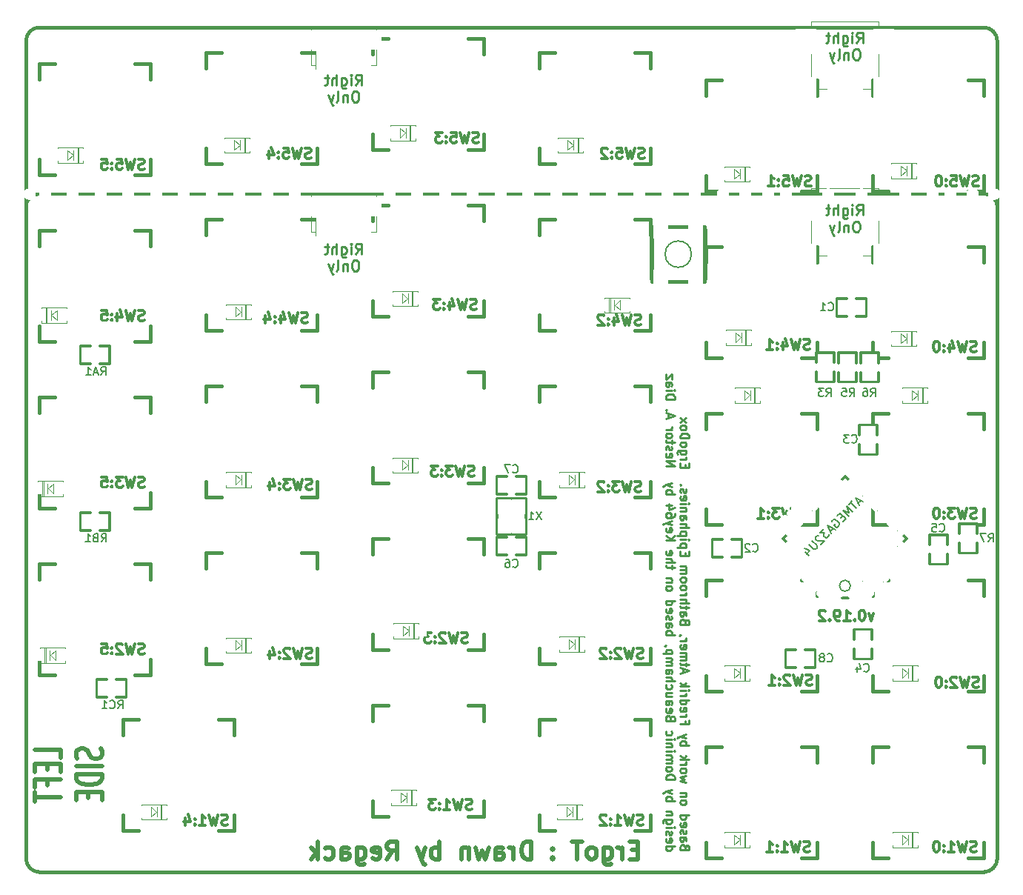
<source format=gbo>
G04 (created by PCBNEW (2013-02-13 BZR 3947)-testing) date 12/19/2013 8:38:14 AM*
%MOIN*%
G04 Gerber Fmt 3.4, Leading zero omitted, Abs format*
%FSLAX34Y34*%
G01*
G70*
G90*
G04 APERTURE LIST*
%ADD10C,0.006*%
%ADD11C,0.00984252*%
%ADD12C,0.011811*%
%ADD13C,0.019685*%
%ADD14C,0.012*%
%ADD15C,0.015*%
%ADD16C,0.008*%
%ADD17C,0.0079*%
%ADD18C,0.00393701*%
%ADD19C,0.00610236*%
%ADD20C,0.00590551*%
%ADD21C,0.00625197*%
%ADD22C,0.081*%
%ADD23R,0.081X0.081*%
%ADD24C,0.1*%
%ADD25C,0.137*%
%ADD26C,0.032*%
%ADD27C,0.0750551*%
%ADD28R,0.0613X0.0711*%
%ADD29R,0.0711X0.1066*%
%ADD30R,0.071X0.051*%
%ADD31R,0.051X0.071*%
%ADD32C,0.106*%
%ADD33C,0.047*%
%ADD34C,0.0553701*%
%ADD35R,0.110488X0.0908031*%
%ADD36R,0.0632441X0.0986772*%
%ADD37R,0.0337165X0.0711181*%
%ADD38R,0.0632441X0.0908031*%
%ADD39R,0.0553701X0.0553701*%
%ADD40R,0.0947402X0.114425*%
%ADD41R,0.035685X0.106551*%
%ADD42C,0.0514331*%
G04 APERTURE END LIST*
G54D10*
G54D11*
X70278Y-29941D02*
X70436Y-29716D01*
X70548Y-29941D02*
X70548Y-29468D01*
X70368Y-29468D01*
X70323Y-29491D01*
X70301Y-29513D01*
X70278Y-29558D01*
X70278Y-29626D01*
X70301Y-29671D01*
X70323Y-29693D01*
X70368Y-29716D01*
X70548Y-29716D01*
X70076Y-29941D02*
X70076Y-29626D01*
X70076Y-29468D02*
X70098Y-29491D01*
X70076Y-29513D01*
X70053Y-29491D01*
X70076Y-29468D01*
X70076Y-29513D01*
X69648Y-29626D02*
X69648Y-30008D01*
X69671Y-30053D01*
X69693Y-30076D01*
X69738Y-30098D01*
X69806Y-30098D01*
X69851Y-30076D01*
X69648Y-29918D02*
X69693Y-29941D01*
X69783Y-29941D01*
X69828Y-29918D01*
X69851Y-29896D01*
X69873Y-29851D01*
X69873Y-29716D01*
X69851Y-29671D01*
X69828Y-29648D01*
X69783Y-29626D01*
X69693Y-29626D01*
X69648Y-29648D01*
X69423Y-29941D02*
X69423Y-29468D01*
X69221Y-29941D02*
X69221Y-29693D01*
X69243Y-29648D01*
X69288Y-29626D01*
X69356Y-29626D01*
X69401Y-29648D01*
X69423Y-29671D01*
X69063Y-29626D02*
X68883Y-29626D01*
X68996Y-29468D02*
X68996Y-29873D01*
X68973Y-29918D01*
X68928Y-29941D01*
X68883Y-29941D01*
X70312Y-30228D02*
X70222Y-30228D01*
X70177Y-30251D01*
X70132Y-30296D01*
X70109Y-30386D01*
X70109Y-30543D01*
X70132Y-30633D01*
X70177Y-30678D01*
X70222Y-30701D01*
X70312Y-30701D01*
X70357Y-30678D01*
X70402Y-30633D01*
X70424Y-30543D01*
X70424Y-30386D01*
X70402Y-30296D01*
X70357Y-30251D01*
X70312Y-30228D01*
X69907Y-30386D02*
X69907Y-30701D01*
X69907Y-30431D02*
X69884Y-30408D01*
X69839Y-30386D01*
X69772Y-30386D01*
X69727Y-30408D01*
X69705Y-30453D01*
X69705Y-30701D01*
X69412Y-30701D02*
X69457Y-30678D01*
X69480Y-30633D01*
X69480Y-30228D01*
X69277Y-30386D02*
X69165Y-30701D01*
X69052Y-30386D02*
X69165Y-30701D01*
X69210Y-30813D01*
X69232Y-30836D01*
X69277Y-30858D01*
X70278Y-22191D02*
X70436Y-21966D01*
X70548Y-22191D02*
X70548Y-21718D01*
X70368Y-21718D01*
X70323Y-21741D01*
X70301Y-21763D01*
X70278Y-21808D01*
X70278Y-21876D01*
X70301Y-21921D01*
X70323Y-21943D01*
X70368Y-21966D01*
X70548Y-21966D01*
X70076Y-22191D02*
X70076Y-21876D01*
X70076Y-21718D02*
X70098Y-21741D01*
X70076Y-21763D01*
X70053Y-21741D01*
X70076Y-21718D01*
X70076Y-21763D01*
X69648Y-21876D02*
X69648Y-22258D01*
X69671Y-22303D01*
X69693Y-22326D01*
X69738Y-22348D01*
X69806Y-22348D01*
X69851Y-22326D01*
X69648Y-22168D02*
X69693Y-22191D01*
X69783Y-22191D01*
X69828Y-22168D01*
X69851Y-22146D01*
X69873Y-22101D01*
X69873Y-21966D01*
X69851Y-21921D01*
X69828Y-21898D01*
X69783Y-21876D01*
X69693Y-21876D01*
X69648Y-21898D01*
X69423Y-22191D02*
X69423Y-21718D01*
X69221Y-22191D02*
X69221Y-21943D01*
X69243Y-21898D01*
X69288Y-21876D01*
X69356Y-21876D01*
X69401Y-21898D01*
X69423Y-21921D01*
X69063Y-21876D02*
X68883Y-21876D01*
X68996Y-21718D02*
X68996Y-22123D01*
X68973Y-22168D01*
X68928Y-22191D01*
X68883Y-22191D01*
X70312Y-22478D02*
X70222Y-22478D01*
X70177Y-22501D01*
X70132Y-22546D01*
X70109Y-22636D01*
X70109Y-22793D01*
X70132Y-22883D01*
X70177Y-22928D01*
X70222Y-22951D01*
X70312Y-22951D01*
X70357Y-22928D01*
X70402Y-22883D01*
X70424Y-22793D01*
X70424Y-22636D01*
X70402Y-22546D01*
X70357Y-22501D01*
X70312Y-22478D01*
X69907Y-22636D02*
X69907Y-22951D01*
X69907Y-22681D02*
X69884Y-22658D01*
X69839Y-22636D01*
X69772Y-22636D01*
X69727Y-22658D01*
X69705Y-22703D01*
X69705Y-22951D01*
X69412Y-22951D02*
X69457Y-22928D01*
X69480Y-22883D01*
X69480Y-22478D01*
X69277Y-22636D02*
X69165Y-22951D01*
X69052Y-22636D02*
X69165Y-22951D01*
X69210Y-23063D01*
X69232Y-23086D01*
X69277Y-23108D01*
G54D12*
X71037Y-47876D02*
X70924Y-48191D01*
X70812Y-47876D01*
X70542Y-47718D02*
X70497Y-47718D01*
X70452Y-47741D01*
X70429Y-47763D01*
X70407Y-47808D01*
X70384Y-47898D01*
X70384Y-48011D01*
X70407Y-48101D01*
X70429Y-48146D01*
X70452Y-48168D01*
X70497Y-48191D01*
X70542Y-48191D01*
X70587Y-48168D01*
X70609Y-48146D01*
X70632Y-48101D01*
X70654Y-48011D01*
X70654Y-47898D01*
X70632Y-47808D01*
X70609Y-47763D01*
X70587Y-47741D01*
X70542Y-47718D01*
X70182Y-48146D02*
X70159Y-48168D01*
X70182Y-48191D01*
X70204Y-48168D01*
X70182Y-48146D01*
X70182Y-48191D01*
X69710Y-48191D02*
X69979Y-48191D01*
X69844Y-48191D02*
X69844Y-47718D01*
X69889Y-47786D01*
X69934Y-47831D01*
X69979Y-47853D01*
X69485Y-48191D02*
X69395Y-48191D01*
X69350Y-48168D01*
X69327Y-48146D01*
X69282Y-48078D01*
X69260Y-47988D01*
X69260Y-47808D01*
X69282Y-47763D01*
X69305Y-47741D01*
X69350Y-47718D01*
X69440Y-47718D01*
X69485Y-47741D01*
X69507Y-47763D01*
X69530Y-47808D01*
X69530Y-47921D01*
X69507Y-47966D01*
X69485Y-47988D01*
X69440Y-48011D01*
X69350Y-48011D01*
X69305Y-47988D01*
X69282Y-47966D01*
X69260Y-47921D01*
X69057Y-48146D02*
X69035Y-48168D01*
X69057Y-48191D01*
X69080Y-48168D01*
X69057Y-48146D01*
X69057Y-48191D01*
X68855Y-47763D02*
X68832Y-47741D01*
X68787Y-47718D01*
X68675Y-47718D01*
X68630Y-47741D01*
X68607Y-47763D01*
X68585Y-47808D01*
X68585Y-47853D01*
X68607Y-47921D01*
X68877Y-48191D01*
X68585Y-48191D01*
G54D11*
X62546Y-58375D02*
X62528Y-58318D01*
X62509Y-58300D01*
X62471Y-58281D01*
X62415Y-58281D01*
X62378Y-58300D01*
X62359Y-58318D01*
X62340Y-58356D01*
X62340Y-58506D01*
X62734Y-58506D01*
X62734Y-58375D01*
X62715Y-58337D01*
X62696Y-58318D01*
X62659Y-58300D01*
X62621Y-58300D01*
X62584Y-58318D01*
X62565Y-58337D01*
X62546Y-58375D01*
X62546Y-58506D01*
X62340Y-57943D02*
X62546Y-57943D01*
X62584Y-57962D01*
X62603Y-58000D01*
X62603Y-58075D01*
X62584Y-58112D01*
X62359Y-57943D02*
X62340Y-57981D01*
X62340Y-58075D01*
X62359Y-58112D01*
X62396Y-58131D01*
X62434Y-58131D01*
X62471Y-58112D01*
X62490Y-58075D01*
X62490Y-57981D01*
X62509Y-57943D01*
X62359Y-57775D02*
X62340Y-57737D01*
X62340Y-57662D01*
X62359Y-57625D01*
X62396Y-57606D01*
X62415Y-57606D01*
X62453Y-57625D01*
X62471Y-57662D01*
X62471Y-57718D01*
X62490Y-57756D01*
X62528Y-57775D01*
X62546Y-57775D01*
X62584Y-57756D01*
X62603Y-57718D01*
X62603Y-57662D01*
X62584Y-57625D01*
X62359Y-57287D02*
X62340Y-57325D01*
X62340Y-57400D01*
X62359Y-57437D01*
X62396Y-57456D01*
X62546Y-57456D01*
X62584Y-57437D01*
X62603Y-57400D01*
X62603Y-57325D01*
X62584Y-57287D01*
X62546Y-57268D01*
X62509Y-57268D01*
X62471Y-57456D01*
X62340Y-56931D02*
X62734Y-56931D01*
X62359Y-56931D02*
X62340Y-56968D01*
X62340Y-57043D01*
X62359Y-57081D01*
X62378Y-57100D01*
X62415Y-57118D01*
X62528Y-57118D01*
X62565Y-57100D01*
X62584Y-57081D01*
X62603Y-57043D01*
X62603Y-56968D01*
X62584Y-56931D01*
X62340Y-56387D02*
X62359Y-56425D01*
X62378Y-56444D01*
X62415Y-56462D01*
X62528Y-56462D01*
X62565Y-56444D01*
X62584Y-56425D01*
X62603Y-56387D01*
X62603Y-56331D01*
X62584Y-56294D01*
X62565Y-56275D01*
X62528Y-56256D01*
X62415Y-56256D01*
X62378Y-56275D01*
X62359Y-56294D01*
X62340Y-56331D01*
X62340Y-56387D01*
X62603Y-56087D02*
X62340Y-56087D01*
X62565Y-56087D02*
X62584Y-56069D01*
X62603Y-56031D01*
X62603Y-55975D01*
X62584Y-55937D01*
X62546Y-55919D01*
X62340Y-55919D01*
X62603Y-55469D02*
X62340Y-55394D01*
X62528Y-55319D01*
X62340Y-55244D01*
X62603Y-55169D01*
X62340Y-54962D02*
X62359Y-55000D01*
X62378Y-55019D01*
X62415Y-55037D01*
X62528Y-55037D01*
X62565Y-55019D01*
X62584Y-55000D01*
X62603Y-54962D01*
X62603Y-54906D01*
X62584Y-54869D01*
X62565Y-54850D01*
X62528Y-54831D01*
X62415Y-54831D01*
X62378Y-54850D01*
X62359Y-54869D01*
X62340Y-54906D01*
X62340Y-54962D01*
X62340Y-54662D02*
X62603Y-54662D01*
X62528Y-54662D02*
X62565Y-54644D01*
X62584Y-54625D01*
X62603Y-54588D01*
X62603Y-54550D01*
X62340Y-54419D02*
X62734Y-54419D01*
X62490Y-54381D02*
X62340Y-54269D01*
X62603Y-54269D02*
X62453Y-54419D01*
X62340Y-53800D02*
X62734Y-53800D01*
X62584Y-53800D02*
X62603Y-53763D01*
X62603Y-53688D01*
X62584Y-53650D01*
X62565Y-53631D01*
X62528Y-53613D01*
X62415Y-53613D01*
X62378Y-53631D01*
X62359Y-53650D01*
X62340Y-53688D01*
X62340Y-53763D01*
X62359Y-53800D01*
X62603Y-53481D02*
X62340Y-53388D01*
X62603Y-53294D02*
X62340Y-53388D01*
X62246Y-53425D01*
X62228Y-53444D01*
X62209Y-53481D01*
X62546Y-52713D02*
X62546Y-52844D01*
X62340Y-52844D02*
X62734Y-52844D01*
X62734Y-52656D01*
X62340Y-52507D02*
X62603Y-52507D01*
X62528Y-52507D02*
X62565Y-52488D01*
X62584Y-52469D01*
X62603Y-52432D01*
X62603Y-52394D01*
X62359Y-52113D02*
X62340Y-52150D01*
X62340Y-52225D01*
X62359Y-52263D01*
X62396Y-52282D01*
X62546Y-52282D01*
X62584Y-52263D01*
X62603Y-52225D01*
X62603Y-52150D01*
X62584Y-52113D01*
X62546Y-52094D01*
X62509Y-52094D01*
X62471Y-52282D01*
X62340Y-51757D02*
X62734Y-51757D01*
X62359Y-51757D02*
X62340Y-51794D01*
X62340Y-51869D01*
X62359Y-51907D01*
X62378Y-51925D01*
X62415Y-51944D01*
X62528Y-51944D01*
X62565Y-51925D01*
X62584Y-51907D01*
X62603Y-51869D01*
X62603Y-51794D01*
X62584Y-51757D01*
X62340Y-51569D02*
X62603Y-51569D01*
X62528Y-51569D02*
X62565Y-51550D01*
X62584Y-51532D01*
X62603Y-51494D01*
X62603Y-51457D01*
X62340Y-51325D02*
X62603Y-51325D01*
X62734Y-51325D02*
X62715Y-51344D01*
X62696Y-51325D01*
X62715Y-51307D01*
X62734Y-51325D01*
X62696Y-51325D01*
X62340Y-51138D02*
X62734Y-51138D01*
X62490Y-51100D02*
X62340Y-50988D01*
X62603Y-50988D02*
X62453Y-51138D01*
X62453Y-50538D02*
X62453Y-50351D01*
X62340Y-50576D02*
X62734Y-50444D01*
X62340Y-50313D01*
X62603Y-50238D02*
X62603Y-50088D01*
X62734Y-50182D02*
X62396Y-50182D01*
X62359Y-50163D01*
X62340Y-50126D01*
X62340Y-50088D01*
X62340Y-49957D02*
X62603Y-49957D01*
X62565Y-49957D02*
X62584Y-49938D01*
X62603Y-49901D01*
X62603Y-49844D01*
X62584Y-49807D01*
X62546Y-49788D01*
X62340Y-49788D01*
X62546Y-49788D02*
X62584Y-49769D01*
X62603Y-49732D01*
X62603Y-49676D01*
X62584Y-49638D01*
X62546Y-49619D01*
X62340Y-49619D01*
X62359Y-49282D02*
X62340Y-49319D01*
X62340Y-49394D01*
X62359Y-49432D01*
X62396Y-49451D01*
X62546Y-49451D01*
X62584Y-49432D01*
X62603Y-49394D01*
X62603Y-49319D01*
X62584Y-49282D01*
X62546Y-49263D01*
X62509Y-49263D01*
X62471Y-49451D01*
X62340Y-49094D02*
X62603Y-49094D01*
X62528Y-49094D02*
X62565Y-49076D01*
X62584Y-49057D01*
X62603Y-49019D01*
X62603Y-48982D01*
X62359Y-48832D02*
X62340Y-48832D01*
X62303Y-48851D01*
X62284Y-48869D01*
X62546Y-48232D02*
X62528Y-48176D01*
X62509Y-48157D01*
X62471Y-48138D01*
X62415Y-48138D01*
X62378Y-48157D01*
X62359Y-48176D01*
X62340Y-48213D01*
X62340Y-48363D01*
X62734Y-48363D01*
X62734Y-48232D01*
X62715Y-48195D01*
X62696Y-48176D01*
X62659Y-48157D01*
X62621Y-48157D01*
X62584Y-48176D01*
X62565Y-48195D01*
X62546Y-48232D01*
X62546Y-48363D01*
X62340Y-47801D02*
X62546Y-47801D01*
X62584Y-47820D01*
X62603Y-47857D01*
X62603Y-47932D01*
X62584Y-47970D01*
X62359Y-47801D02*
X62340Y-47838D01*
X62340Y-47932D01*
X62359Y-47970D01*
X62396Y-47988D01*
X62434Y-47988D01*
X62471Y-47970D01*
X62490Y-47932D01*
X62490Y-47838D01*
X62509Y-47801D01*
X62603Y-47670D02*
X62603Y-47520D01*
X62734Y-47613D02*
X62396Y-47613D01*
X62359Y-47595D01*
X62340Y-47557D01*
X62340Y-47520D01*
X62340Y-47388D02*
X62734Y-47388D01*
X62340Y-47220D02*
X62546Y-47220D01*
X62584Y-47238D01*
X62603Y-47276D01*
X62603Y-47332D01*
X62584Y-47370D01*
X62565Y-47388D01*
X62340Y-47032D02*
X62603Y-47032D01*
X62528Y-47032D02*
X62565Y-47013D01*
X62584Y-46995D01*
X62603Y-46957D01*
X62603Y-46920D01*
X62340Y-46732D02*
X62359Y-46770D01*
X62378Y-46788D01*
X62415Y-46807D01*
X62528Y-46807D01*
X62565Y-46788D01*
X62584Y-46770D01*
X62603Y-46732D01*
X62603Y-46676D01*
X62584Y-46638D01*
X62565Y-46620D01*
X62528Y-46601D01*
X62415Y-46601D01*
X62378Y-46620D01*
X62359Y-46638D01*
X62340Y-46676D01*
X62340Y-46732D01*
X62340Y-46376D02*
X62359Y-46414D01*
X62378Y-46432D01*
X62415Y-46451D01*
X62528Y-46451D01*
X62565Y-46432D01*
X62584Y-46414D01*
X62603Y-46376D01*
X62603Y-46320D01*
X62584Y-46282D01*
X62565Y-46264D01*
X62528Y-46245D01*
X62415Y-46245D01*
X62378Y-46264D01*
X62359Y-46282D01*
X62340Y-46320D01*
X62340Y-46376D01*
X62340Y-46076D02*
X62603Y-46076D01*
X62565Y-46076D02*
X62584Y-46057D01*
X62603Y-46020D01*
X62603Y-45964D01*
X62584Y-45926D01*
X62546Y-45907D01*
X62340Y-45907D01*
X62546Y-45907D02*
X62584Y-45889D01*
X62603Y-45851D01*
X62603Y-45795D01*
X62584Y-45757D01*
X62546Y-45739D01*
X62340Y-45739D01*
X62546Y-45251D02*
X62546Y-45120D01*
X62340Y-45064D02*
X62340Y-45251D01*
X62734Y-45251D01*
X62734Y-45064D01*
X62603Y-44895D02*
X62209Y-44895D01*
X62584Y-44895D02*
X62603Y-44857D01*
X62603Y-44782D01*
X62584Y-44745D01*
X62565Y-44726D01*
X62528Y-44707D01*
X62415Y-44707D01*
X62378Y-44726D01*
X62359Y-44745D01*
X62340Y-44782D01*
X62340Y-44857D01*
X62359Y-44895D01*
X62340Y-44539D02*
X62603Y-44539D01*
X62734Y-44539D02*
X62715Y-44558D01*
X62696Y-44539D01*
X62715Y-44520D01*
X62734Y-44539D01*
X62696Y-44539D01*
X62603Y-44351D02*
X62209Y-44351D01*
X62584Y-44351D02*
X62603Y-44314D01*
X62603Y-44239D01*
X62584Y-44201D01*
X62565Y-44183D01*
X62528Y-44164D01*
X62415Y-44164D01*
X62378Y-44183D01*
X62359Y-44201D01*
X62340Y-44239D01*
X62340Y-44314D01*
X62359Y-44351D01*
X62340Y-43995D02*
X62734Y-43995D01*
X62340Y-43826D02*
X62546Y-43826D01*
X62584Y-43845D01*
X62603Y-43883D01*
X62603Y-43939D01*
X62584Y-43976D01*
X62565Y-43995D01*
X62340Y-43470D02*
X62546Y-43470D01*
X62584Y-43489D01*
X62603Y-43526D01*
X62603Y-43601D01*
X62584Y-43639D01*
X62359Y-43470D02*
X62340Y-43508D01*
X62340Y-43601D01*
X62359Y-43639D01*
X62396Y-43658D01*
X62434Y-43658D01*
X62471Y-43639D01*
X62490Y-43601D01*
X62490Y-43508D01*
X62509Y-43470D01*
X62603Y-43283D02*
X62340Y-43283D01*
X62565Y-43283D02*
X62584Y-43264D01*
X62603Y-43226D01*
X62603Y-43170D01*
X62584Y-43133D01*
X62546Y-43114D01*
X62340Y-43114D01*
X62340Y-42926D02*
X62603Y-42926D01*
X62734Y-42926D02*
X62715Y-42945D01*
X62696Y-42926D01*
X62715Y-42908D01*
X62734Y-42926D01*
X62696Y-42926D01*
X62359Y-42589D02*
X62340Y-42626D01*
X62340Y-42701D01*
X62359Y-42739D01*
X62396Y-42758D01*
X62546Y-42758D01*
X62584Y-42739D01*
X62603Y-42701D01*
X62603Y-42626D01*
X62584Y-42589D01*
X62546Y-42570D01*
X62509Y-42570D01*
X62471Y-42758D01*
X62359Y-42420D02*
X62340Y-42383D01*
X62340Y-42308D01*
X62359Y-42270D01*
X62396Y-42252D01*
X62415Y-42252D01*
X62453Y-42270D01*
X62471Y-42308D01*
X62471Y-42364D01*
X62490Y-42402D01*
X62528Y-42420D01*
X62546Y-42420D01*
X62584Y-42402D01*
X62603Y-42364D01*
X62603Y-42308D01*
X62584Y-42270D01*
X62378Y-42083D02*
X62359Y-42064D01*
X62340Y-42083D01*
X62359Y-42102D01*
X62378Y-42083D01*
X62340Y-42083D01*
X62546Y-41295D02*
X62546Y-41164D01*
X62340Y-41108D02*
X62340Y-41295D01*
X62734Y-41295D01*
X62734Y-41108D01*
X62340Y-40939D02*
X62603Y-40939D01*
X62528Y-40939D02*
X62565Y-40920D01*
X62584Y-40902D01*
X62603Y-40864D01*
X62603Y-40827D01*
X62603Y-40527D02*
X62284Y-40527D01*
X62246Y-40546D01*
X62228Y-40564D01*
X62209Y-40602D01*
X62209Y-40658D01*
X62228Y-40695D01*
X62359Y-40527D02*
X62340Y-40564D01*
X62340Y-40639D01*
X62359Y-40677D01*
X62378Y-40695D01*
X62415Y-40714D01*
X62528Y-40714D01*
X62565Y-40695D01*
X62584Y-40677D01*
X62603Y-40639D01*
X62603Y-40564D01*
X62584Y-40527D01*
X62340Y-40283D02*
X62359Y-40321D01*
X62378Y-40339D01*
X62415Y-40358D01*
X62528Y-40358D01*
X62565Y-40339D01*
X62584Y-40321D01*
X62603Y-40283D01*
X62603Y-40227D01*
X62584Y-40189D01*
X62565Y-40171D01*
X62528Y-40152D01*
X62415Y-40152D01*
X62378Y-40171D01*
X62359Y-40189D01*
X62340Y-40227D01*
X62340Y-40283D01*
X62340Y-39983D02*
X62734Y-39983D01*
X62734Y-39889D01*
X62715Y-39833D01*
X62678Y-39796D01*
X62640Y-39777D01*
X62565Y-39758D01*
X62509Y-39758D01*
X62434Y-39777D01*
X62396Y-39796D01*
X62359Y-39833D01*
X62340Y-39889D01*
X62340Y-39983D01*
X62340Y-39533D02*
X62359Y-39571D01*
X62378Y-39589D01*
X62415Y-39608D01*
X62528Y-39608D01*
X62565Y-39589D01*
X62584Y-39571D01*
X62603Y-39533D01*
X62603Y-39477D01*
X62584Y-39439D01*
X62565Y-39421D01*
X62528Y-39402D01*
X62415Y-39402D01*
X62378Y-39421D01*
X62359Y-39439D01*
X62340Y-39477D01*
X62340Y-39533D01*
X62340Y-39271D02*
X62603Y-39064D01*
X62603Y-39271D02*
X62340Y-39064D01*
X61691Y-58337D02*
X62084Y-58337D01*
X61709Y-58337D02*
X61691Y-58375D01*
X61691Y-58450D01*
X61709Y-58487D01*
X61728Y-58506D01*
X61766Y-58525D01*
X61878Y-58525D01*
X61916Y-58506D01*
X61934Y-58487D01*
X61953Y-58450D01*
X61953Y-58375D01*
X61934Y-58337D01*
X61709Y-58000D02*
X61691Y-58037D01*
X61691Y-58112D01*
X61709Y-58150D01*
X61747Y-58168D01*
X61897Y-58168D01*
X61934Y-58150D01*
X61953Y-58112D01*
X61953Y-58037D01*
X61934Y-58000D01*
X61897Y-57981D01*
X61859Y-57981D01*
X61822Y-58168D01*
X61709Y-57831D02*
X61691Y-57793D01*
X61691Y-57718D01*
X61709Y-57681D01*
X61747Y-57662D01*
X61766Y-57662D01*
X61803Y-57681D01*
X61822Y-57718D01*
X61822Y-57775D01*
X61841Y-57812D01*
X61878Y-57831D01*
X61897Y-57831D01*
X61934Y-57812D01*
X61953Y-57775D01*
X61953Y-57718D01*
X61934Y-57681D01*
X61691Y-57493D02*
X61953Y-57493D01*
X62084Y-57493D02*
X62065Y-57512D01*
X62047Y-57493D01*
X62065Y-57475D01*
X62084Y-57493D01*
X62047Y-57493D01*
X61953Y-57137D02*
X61634Y-57137D01*
X61597Y-57156D01*
X61578Y-57175D01*
X61559Y-57212D01*
X61559Y-57268D01*
X61578Y-57306D01*
X61709Y-57137D02*
X61691Y-57175D01*
X61691Y-57250D01*
X61709Y-57287D01*
X61728Y-57306D01*
X61766Y-57325D01*
X61878Y-57325D01*
X61916Y-57306D01*
X61934Y-57287D01*
X61953Y-57250D01*
X61953Y-57175D01*
X61934Y-57137D01*
X61953Y-56950D02*
X61691Y-56950D01*
X61916Y-56950D02*
X61934Y-56931D01*
X61953Y-56893D01*
X61953Y-56837D01*
X61934Y-56800D01*
X61897Y-56781D01*
X61691Y-56781D01*
X61691Y-56294D02*
X62084Y-56294D01*
X61934Y-56294D02*
X61953Y-56256D01*
X61953Y-56181D01*
X61934Y-56144D01*
X61916Y-56125D01*
X61878Y-56106D01*
X61766Y-56106D01*
X61728Y-56125D01*
X61709Y-56144D01*
X61691Y-56181D01*
X61691Y-56256D01*
X61709Y-56294D01*
X61953Y-55975D02*
X61691Y-55881D01*
X61953Y-55787D02*
X61691Y-55881D01*
X61597Y-55919D01*
X61578Y-55937D01*
X61559Y-55975D01*
X61691Y-55337D02*
X62084Y-55337D01*
X62084Y-55244D01*
X62065Y-55187D01*
X62028Y-55150D01*
X61991Y-55131D01*
X61916Y-55112D01*
X61859Y-55112D01*
X61784Y-55131D01*
X61747Y-55150D01*
X61709Y-55187D01*
X61691Y-55244D01*
X61691Y-55337D01*
X61691Y-54887D02*
X61709Y-54925D01*
X61728Y-54944D01*
X61766Y-54962D01*
X61878Y-54962D01*
X61916Y-54944D01*
X61934Y-54925D01*
X61953Y-54887D01*
X61953Y-54831D01*
X61934Y-54794D01*
X61916Y-54775D01*
X61878Y-54756D01*
X61766Y-54756D01*
X61728Y-54775D01*
X61709Y-54794D01*
X61691Y-54831D01*
X61691Y-54887D01*
X61691Y-54588D02*
X61953Y-54588D01*
X61916Y-54588D02*
X61934Y-54569D01*
X61953Y-54531D01*
X61953Y-54475D01*
X61934Y-54438D01*
X61897Y-54419D01*
X61691Y-54419D01*
X61897Y-54419D02*
X61934Y-54400D01*
X61953Y-54363D01*
X61953Y-54306D01*
X61934Y-54269D01*
X61897Y-54250D01*
X61691Y-54250D01*
X61691Y-54063D02*
X61953Y-54063D01*
X62084Y-54063D02*
X62065Y-54081D01*
X62047Y-54063D01*
X62065Y-54044D01*
X62084Y-54063D01*
X62047Y-54063D01*
X61953Y-53875D02*
X61691Y-53875D01*
X61916Y-53875D02*
X61934Y-53856D01*
X61953Y-53819D01*
X61953Y-53763D01*
X61934Y-53725D01*
X61897Y-53706D01*
X61691Y-53706D01*
X61691Y-53519D02*
X61953Y-53519D01*
X62084Y-53519D02*
X62065Y-53538D01*
X62047Y-53519D01*
X62065Y-53500D01*
X62084Y-53519D01*
X62047Y-53519D01*
X61709Y-53163D02*
X61691Y-53200D01*
X61691Y-53275D01*
X61709Y-53313D01*
X61728Y-53331D01*
X61766Y-53350D01*
X61878Y-53350D01*
X61916Y-53331D01*
X61934Y-53313D01*
X61953Y-53275D01*
X61953Y-53200D01*
X61934Y-53163D01*
X61897Y-52563D02*
X61878Y-52507D01*
X61859Y-52488D01*
X61822Y-52469D01*
X61766Y-52469D01*
X61728Y-52488D01*
X61709Y-52507D01*
X61691Y-52544D01*
X61691Y-52694D01*
X62084Y-52694D01*
X62084Y-52563D01*
X62065Y-52525D01*
X62047Y-52507D01*
X62009Y-52488D01*
X61972Y-52488D01*
X61934Y-52507D01*
X61916Y-52525D01*
X61897Y-52563D01*
X61897Y-52694D01*
X61709Y-52150D02*
X61691Y-52188D01*
X61691Y-52263D01*
X61709Y-52300D01*
X61747Y-52319D01*
X61897Y-52319D01*
X61934Y-52300D01*
X61953Y-52263D01*
X61953Y-52188D01*
X61934Y-52150D01*
X61897Y-52132D01*
X61859Y-52132D01*
X61822Y-52319D01*
X61691Y-51794D02*
X61897Y-51794D01*
X61934Y-51813D01*
X61953Y-51850D01*
X61953Y-51925D01*
X61934Y-51963D01*
X61709Y-51794D02*
X61691Y-51832D01*
X61691Y-51925D01*
X61709Y-51963D01*
X61747Y-51982D01*
X61784Y-51982D01*
X61822Y-51963D01*
X61841Y-51925D01*
X61841Y-51832D01*
X61859Y-51794D01*
X61953Y-51438D02*
X61691Y-51438D01*
X61953Y-51607D02*
X61747Y-51607D01*
X61709Y-51588D01*
X61691Y-51550D01*
X61691Y-51494D01*
X61709Y-51457D01*
X61728Y-51438D01*
X61709Y-51082D02*
X61691Y-51119D01*
X61691Y-51194D01*
X61709Y-51232D01*
X61728Y-51250D01*
X61766Y-51269D01*
X61878Y-51269D01*
X61916Y-51250D01*
X61934Y-51232D01*
X61953Y-51194D01*
X61953Y-51119D01*
X61934Y-51082D01*
X61691Y-50913D02*
X62084Y-50913D01*
X61691Y-50744D02*
X61897Y-50744D01*
X61934Y-50763D01*
X61953Y-50800D01*
X61953Y-50857D01*
X61934Y-50894D01*
X61916Y-50913D01*
X61691Y-50388D02*
X61897Y-50388D01*
X61934Y-50407D01*
X61953Y-50444D01*
X61953Y-50519D01*
X61934Y-50557D01*
X61709Y-50388D02*
X61691Y-50426D01*
X61691Y-50519D01*
X61709Y-50557D01*
X61747Y-50576D01*
X61784Y-50576D01*
X61822Y-50557D01*
X61841Y-50519D01*
X61841Y-50426D01*
X61859Y-50388D01*
X61691Y-50201D02*
X61953Y-50201D01*
X61916Y-50201D02*
X61934Y-50182D01*
X61953Y-50144D01*
X61953Y-50088D01*
X61934Y-50051D01*
X61897Y-50032D01*
X61691Y-50032D01*
X61897Y-50032D02*
X61934Y-50013D01*
X61953Y-49976D01*
X61953Y-49919D01*
X61934Y-49882D01*
X61897Y-49863D01*
X61691Y-49863D01*
X61953Y-49676D02*
X61559Y-49676D01*
X61934Y-49676D02*
X61953Y-49638D01*
X61953Y-49563D01*
X61934Y-49526D01*
X61916Y-49507D01*
X61878Y-49488D01*
X61766Y-49488D01*
X61728Y-49507D01*
X61709Y-49526D01*
X61691Y-49563D01*
X61691Y-49638D01*
X61709Y-49676D01*
X61709Y-49301D02*
X61691Y-49301D01*
X61653Y-49319D01*
X61634Y-49338D01*
X61691Y-48832D02*
X62084Y-48832D01*
X61934Y-48832D02*
X61953Y-48794D01*
X61953Y-48719D01*
X61934Y-48682D01*
X61916Y-48663D01*
X61878Y-48644D01*
X61766Y-48644D01*
X61728Y-48663D01*
X61709Y-48682D01*
X61691Y-48719D01*
X61691Y-48794D01*
X61709Y-48832D01*
X61691Y-48307D02*
X61897Y-48307D01*
X61934Y-48326D01*
X61953Y-48363D01*
X61953Y-48438D01*
X61934Y-48476D01*
X61709Y-48307D02*
X61691Y-48345D01*
X61691Y-48438D01*
X61709Y-48476D01*
X61747Y-48495D01*
X61784Y-48495D01*
X61822Y-48476D01*
X61841Y-48438D01*
X61841Y-48345D01*
X61859Y-48307D01*
X61709Y-48138D02*
X61691Y-48101D01*
X61691Y-48026D01*
X61709Y-47988D01*
X61747Y-47970D01*
X61766Y-47970D01*
X61803Y-47988D01*
X61822Y-48026D01*
X61822Y-48082D01*
X61841Y-48120D01*
X61878Y-48138D01*
X61897Y-48138D01*
X61934Y-48120D01*
X61953Y-48082D01*
X61953Y-48026D01*
X61934Y-47988D01*
X61709Y-47651D02*
X61691Y-47688D01*
X61691Y-47763D01*
X61709Y-47801D01*
X61747Y-47820D01*
X61897Y-47820D01*
X61934Y-47801D01*
X61953Y-47763D01*
X61953Y-47688D01*
X61934Y-47651D01*
X61897Y-47632D01*
X61859Y-47632D01*
X61822Y-47820D01*
X61691Y-47295D02*
X62084Y-47295D01*
X61709Y-47295D02*
X61691Y-47332D01*
X61691Y-47407D01*
X61709Y-47445D01*
X61728Y-47463D01*
X61766Y-47482D01*
X61878Y-47482D01*
X61916Y-47463D01*
X61934Y-47445D01*
X61953Y-47407D01*
X61953Y-47332D01*
X61934Y-47295D01*
X61691Y-46751D02*
X61709Y-46788D01*
X61728Y-46807D01*
X61766Y-46826D01*
X61878Y-46826D01*
X61916Y-46807D01*
X61934Y-46788D01*
X61953Y-46751D01*
X61953Y-46695D01*
X61934Y-46657D01*
X61916Y-46638D01*
X61878Y-46620D01*
X61766Y-46620D01*
X61728Y-46638D01*
X61709Y-46657D01*
X61691Y-46695D01*
X61691Y-46751D01*
X61953Y-46451D02*
X61691Y-46451D01*
X61916Y-46451D02*
X61934Y-46432D01*
X61953Y-46395D01*
X61953Y-46339D01*
X61934Y-46301D01*
X61897Y-46282D01*
X61691Y-46282D01*
X61953Y-45851D02*
X61953Y-45701D01*
X62084Y-45795D02*
X61747Y-45795D01*
X61709Y-45776D01*
X61691Y-45739D01*
X61691Y-45701D01*
X61691Y-45570D02*
X62084Y-45570D01*
X61691Y-45401D02*
X61897Y-45401D01*
X61934Y-45420D01*
X61953Y-45457D01*
X61953Y-45514D01*
X61934Y-45551D01*
X61916Y-45570D01*
X61709Y-45064D02*
X61691Y-45101D01*
X61691Y-45176D01*
X61709Y-45214D01*
X61747Y-45232D01*
X61897Y-45232D01*
X61934Y-45214D01*
X61953Y-45176D01*
X61953Y-45101D01*
X61934Y-45064D01*
X61897Y-45045D01*
X61859Y-45045D01*
X61822Y-45232D01*
X61691Y-44576D02*
X62084Y-44576D01*
X61691Y-44351D02*
X61916Y-44520D01*
X62084Y-44351D02*
X61859Y-44576D01*
X61709Y-44033D02*
X61691Y-44070D01*
X61691Y-44145D01*
X61709Y-44183D01*
X61747Y-44201D01*
X61897Y-44201D01*
X61934Y-44183D01*
X61953Y-44145D01*
X61953Y-44070D01*
X61934Y-44033D01*
X61897Y-44014D01*
X61859Y-44014D01*
X61822Y-44201D01*
X61953Y-43883D02*
X61691Y-43789D01*
X61953Y-43695D02*
X61691Y-43789D01*
X61597Y-43826D01*
X61578Y-43845D01*
X61559Y-43883D01*
X62084Y-43376D02*
X62084Y-43451D01*
X62065Y-43489D01*
X62047Y-43508D01*
X61991Y-43545D01*
X61916Y-43564D01*
X61766Y-43564D01*
X61728Y-43545D01*
X61709Y-43526D01*
X61691Y-43489D01*
X61691Y-43414D01*
X61709Y-43376D01*
X61728Y-43358D01*
X61766Y-43339D01*
X61859Y-43339D01*
X61897Y-43358D01*
X61916Y-43376D01*
X61934Y-43414D01*
X61934Y-43489D01*
X61916Y-43526D01*
X61897Y-43545D01*
X61859Y-43564D01*
X61953Y-43001D02*
X61691Y-43001D01*
X62103Y-43095D02*
X61822Y-43189D01*
X61822Y-42945D01*
X61691Y-42495D02*
X62084Y-42495D01*
X61934Y-42495D02*
X61953Y-42458D01*
X61953Y-42383D01*
X61934Y-42345D01*
X61916Y-42327D01*
X61878Y-42308D01*
X61766Y-42308D01*
X61728Y-42327D01*
X61709Y-42345D01*
X61691Y-42383D01*
X61691Y-42458D01*
X61709Y-42495D01*
X61953Y-42177D02*
X61691Y-42083D01*
X61953Y-41989D02*
X61691Y-42083D01*
X61597Y-42120D01*
X61578Y-42139D01*
X61559Y-42177D01*
X61691Y-41239D02*
X62084Y-41239D01*
X61691Y-41014D01*
X62084Y-41014D01*
X61709Y-40677D02*
X61691Y-40714D01*
X61691Y-40789D01*
X61709Y-40827D01*
X61747Y-40845D01*
X61897Y-40845D01*
X61934Y-40827D01*
X61953Y-40789D01*
X61953Y-40714D01*
X61934Y-40677D01*
X61897Y-40658D01*
X61859Y-40658D01*
X61822Y-40845D01*
X61709Y-40508D02*
X61691Y-40471D01*
X61691Y-40396D01*
X61709Y-40358D01*
X61747Y-40339D01*
X61766Y-40339D01*
X61803Y-40358D01*
X61822Y-40396D01*
X61822Y-40452D01*
X61841Y-40489D01*
X61878Y-40508D01*
X61897Y-40508D01*
X61934Y-40489D01*
X61953Y-40452D01*
X61953Y-40396D01*
X61934Y-40358D01*
X61953Y-40227D02*
X61953Y-40077D01*
X62084Y-40171D02*
X61747Y-40171D01*
X61709Y-40152D01*
X61691Y-40114D01*
X61691Y-40077D01*
X61691Y-39889D02*
X61709Y-39927D01*
X61728Y-39946D01*
X61766Y-39964D01*
X61878Y-39964D01*
X61916Y-39946D01*
X61934Y-39927D01*
X61953Y-39889D01*
X61953Y-39833D01*
X61934Y-39796D01*
X61916Y-39777D01*
X61878Y-39758D01*
X61766Y-39758D01*
X61728Y-39777D01*
X61709Y-39796D01*
X61691Y-39833D01*
X61691Y-39889D01*
X61691Y-39589D02*
X61953Y-39589D01*
X61878Y-39589D02*
X61916Y-39571D01*
X61934Y-39552D01*
X61953Y-39514D01*
X61953Y-39477D01*
X61803Y-39064D02*
X61803Y-38877D01*
X61691Y-39102D02*
X62084Y-38971D01*
X61691Y-38839D01*
X61728Y-38708D02*
X61709Y-38689D01*
X61691Y-38708D01*
X61709Y-38727D01*
X61728Y-38708D01*
X61691Y-38708D01*
X61691Y-38221D02*
X62084Y-38221D01*
X62084Y-38127D01*
X62065Y-38071D01*
X62028Y-38033D01*
X61991Y-38015D01*
X61916Y-37996D01*
X61859Y-37996D01*
X61784Y-38015D01*
X61747Y-38033D01*
X61709Y-38071D01*
X61691Y-38127D01*
X61691Y-38221D01*
X61691Y-37827D02*
X61953Y-37827D01*
X62084Y-37827D02*
X62065Y-37846D01*
X62047Y-37827D01*
X62065Y-37808D01*
X62084Y-37827D01*
X62047Y-37827D01*
X61691Y-37471D02*
X61897Y-37471D01*
X61934Y-37490D01*
X61953Y-37527D01*
X61953Y-37602D01*
X61934Y-37640D01*
X61709Y-37471D02*
X61691Y-37508D01*
X61691Y-37602D01*
X61709Y-37640D01*
X61747Y-37658D01*
X61784Y-37658D01*
X61822Y-37640D01*
X61841Y-37602D01*
X61841Y-37508D01*
X61859Y-37471D01*
X61953Y-37321D02*
X61953Y-37115D01*
X61691Y-37321D01*
X61691Y-37115D01*
G54D13*
X60430Y-58506D02*
X60167Y-58506D01*
X60055Y-58918D02*
X60430Y-58918D01*
X60430Y-58131D01*
X60055Y-58131D01*
X59717Y-58918D02*
X59717Y-58393D01*
X59717Y-58543D02*
X59680Y-58468D01*
X59642Y-58431D01*
X59567Y-58393D01*
X59492Y-58393D01*
X58893Y-58393D02*
X58893Y-59031D01*
X58930Y-59106D01*
X58968Y-59143D01*
X59043Y-59181D01*
X59155Y-59181D01*
X59230Y-59143D01*
X58893Y-58881D02*
X58968Y-58918D01*
X59117Y-58918D01*
X59192Y-58881D01*
X59230Y-58843D01*
X59267Y-58768D01*
X59267Y-58543D01*
X59230Y-58468D01*
X59192Y-58431D01*
X59117Y-58393D01*
X58968Y-58393D01*
X58893Y-58431D01*
X58405Y-58918D02*
X58480Y-58881D01*
X58518Y-58843D01*
X58555Y-58768D01*
X58555Y-58543D01*
X58518Y-58468D01*
X58480Y-58431D01*
X58405Y-58393D01*
X58293Y-58393D01*
X58218Y-58431D01*
X58180Y-58468D01*
X58143Y-58543D01*
X58143Y-58768D01*
X58180Y-58843D01*
X58218Y-58881D01*
X58293Y-58918D01*
X58405Y-58918D01*
X57918Y-58131D02*
X57468Y-58131D01*
X57693Y-58918D02*
X57693Y-58131D01*
X56605Y-58843D02*
X56568Y-58881D01*
X56605Y-58918D01*
X56643Y-58881D01*
X56605Y-58843D01*
X56605Y-58918D01*
X56605Y-58431D02*
X56568Y-58468D01*
X56605Y-58506D01*
X56643Y-58468D01*
X56605Y-58431D01*
X56605Y-58506D01*
X55630Y-58918D02*
X55630Y-58131D01*
X55443Y-58131D01*
X55330Y-58168D01*
X55255Y-58243D01*
X55218Y-58318D01*
X55180Y-58468D01*
X55180Y-58581D01*
X55218Y-58731D01*
X55255Y-58806D01*
X55330Y-58881D01*
X55443Y-58918D01*
X55630Y-58918D01*
X54843Y-58918D02*
X54843Y-58393D01*
X54843Y-58543D02*
X54806Y-58468D01*
X54768Y-58431D01*
X54693Y-58393D01*
X54618Y-58393D01*
X54018Y-58918D02*
X54018Y-58506D01*
X54056Y-58431D01*
X54131Y-58393D01*
X54281Y-58393D01*
X54356Y-58431D01*
X54018Y-58881D02*
X54093Y-58918D01*
X54281Y-58918D01*
X54356Y-58881D01*
X54393Y-58806D01*
X54393Y-58731D01*
X54356Y-58656D01*
X54281Y-58618D01*
X54093Y-58618D01*
X54018Y-58581D01*
X53718Y-58393D02*
X53568Y-58918D01*
X53418Y-58543D01*
X53268Y-58918D01*
X53118Y-58393D01*
X52818Y-58393D02*
X52818Y-58918D01*
X52818Y-58468D02*
X52781Y-58431D01*
X52706Y-58393D01*
X52593Y-58393D01*
X52518Y-58431D01*
X52481Y-58506D01*
X52481Y-58918D01*
X51506Y-58918D02*
X51506Y-58131D01*
X51506Y-58431D02*
X51431Y-58393D01*
X51281Y-58393D01*
X51206Y-58431D01*
X51168Y-58468D01*
X51131Y-58543D01*
X51131Y-58768D01*
X51168Y-58843D01*
X51206Y-58881D01*
X51281Y-58918D01*
X51431Y-58918D01*
X51506Y-58881D01*
X50869Y-58393D02*
X50681Y-58918D01*
X50494Y-58393D02*
X50681Y-58918D01*
X50756Y-59106D01*
X50794Y-59143D01*
X50869Y-59181D01*
X49144Y-58918D02*
X49406Y-58543D01*
X49594Y-58918D02*
X49594Y-58131D01*
X49294Y-58131D01*
X49219Y-58168D01*
X49181Y-58206D01*
X49144Y-58281D01*
X49144Y-58393D01*
X49181Y-58468D01*
X49219Y-58506D01*
X49294Y-58543D01*
X49594Y-58543D01*
X48506Y-58881D02*
X48581Y-58918D01*
X48731Y-58918D01*
X48806Y-58881D01*
X48844Y-58806D01*
X48844Y-58506D01*
X48806Y-58431D01*
X48731Y-58393D01*
X48581Y-58393D01*
X48506Y-58431D01*
X48469Y-58506D01*
X48469Y-58581D01*
X48844Y-58656D01*
X47794Y-58393D02*
X47794Y-59031D01*
X47831Y-59106D01*
X47869Y-59143D01*
X47944Y-59181D01*
X48056Y-59181D01*
X48131Y-59143D01*
X47794Y-58881D02*
X47869Y-58918D01*
X48019Y-58918D01*
X48094Y-58881D01*
X48131Y-58843D01*
X48169Y-58768D01*
X48169Y-58543D01*
X48131Y-58468D01*
X48094Y-58431D01*
X48019Y-58393D01*
X47869Y-58393D01*
X47794Y-58431D01*
X47082Y-58918D02*
X47082Y-58506D01*
X47119Y-58431D01*
X47194Y-58393D01*
X47344Y-58393D01*
X47419Y-58431D01*
X47082Y-58881D02*
X47156Y-58918D01*
X47344Y-58918D01*
X47419Y-58881D01*
X47456Y-58806D01*
X47456Y-58731D01*
X47419Y-58656D01*
X47344Y-58618D01*
X47156Y-58618D01*
X47082Y-58581D01*
X46369Y-58881D02*
X46444Y-58918D01*
X46594Y-58918D01*
X46669Y-58881D01*
X46707Y-58843D01*
X46744Y-58768D01*
X46744Y-58543D01*
X46707Y-58468D01*
X46669Y-58431D01*
X46594Y-58393D01*
X46444Y-58393D01*
X46369Y-58431D01*
X46032Y-58918D02*
X46032Y-58131D01*
X45957Y-58618D02*
X45732Y-58918D01*
X45732Y-58393D02*
X46032Y-58693D01*
G54D11*
X47728Y-24091D02*
X47886Y-23866D01*
X47998Y-24091D02*
X47998Y-23618D01*
X47818Y-23618D01*
X47773Y-23641D01*
X47751Y-23663D01*
X47728Y-23708D01*
X47728Y-23776D01*
X47751Y-23821D01*
X47773Y-23843D01*
X47818Y-23866D01*
X47998Y-23866D01*
X47526Y-24091D02*
X47526Y-23776D01*
X47526Y-23618D02*
X47548Y-23641D01*
X47526Y-23663D01*
X47503Y-23641D01*
X47526Y-23618D01*
X47526Y-23663D01*
X47098Y-23776D02*
X47098Y-24158D01*
X47121Y-24203D01*
X47143Y-24226D01*
X47188Y-24248D01*
X47256Y-24248D01*
X47301Y-24226D01*
X47098Y-24068D02*
X47143Y-24091D01*
X47233Y-24091D01*
X47278Y-24068D01*
X47301Y-24046D01*
X47323Y-24001D01*
X47323Y-23866D01*
X47301Y-23821D01*
X47278Y-23798D01*
X47233Y-23776D01*
X47143Y-23776D01*
X47098Y-23798D01*
X46873Y-24091D02*
X46873Y-23618D01*
X46671Y-24091D02*
X46671Y-23843D01*
X46693Y-23798D01*
X46738Y-23776D01*
X46806Y-23776D01*
X46851Y-23798D01*
X46873Y-23821D01*
X46513Y-23776D02*
X46333Y-23776D01*
X46446Y-23618D02*
X46446Y-24023D01*
X46423Y-24068D01*
X46378Y-24091D01*
X46333Y-24091D01*
X47762Y-24378D02*
X47672Y-24378D01*
X47627Y-24401D01*
X47582Y-24446D01*
X47559Y-24536D01*
X47559Y-24693D01*
X47582Y-24783D01*
X47627Y-24828D01*
X47672Y-24851D01*
X47762Y-24851D01*
X47807Y-24828D01*
X47852Y-24783D01*
X47874Y-24693D01*
X47874Y-24536D01*
X47852Y-24446D01*
X47807Y-24401D01*
X47762Y-24378D01*
X47357Y-24536D02*
X47357Y-24851D01*
X47357Y-24581D02*
X47334Y-24558D01*
X47289Y-24536D01*
X47222Y-24536D01*
X47177Y-24558D01*
X47155Y-24603D01*
X47155Y-24851D01*
X46862Y-24851D02*
X46907Y-24828D01*
X46930Y-24783D01*
X46930Y-24378D01*
X46727Y-24536D02*
X46615Y-24851D01*
X46502Y-24536D02*
X46615Y-24851D01*
X46660Y-24963D01*
X46682Y-24986D01*
X46727Y-25008D01*
X47728Y-31691D02*
X47886Y-31466D01*
X47998Y-31691D02*
X47998Y-31218D01*
X47818Y-31218D01*
X47773Y-31241D01*
X47751Y-31263D01*
X47728Y-31308D01*
X47728Y-31376D01*
X47751Y-31421D01*
X47773Y-31443D01*
X47818Y-31466D01*
X47998Y-31466D01*
X47526Y-31691D02*
X47526Y-31376D01*
X47526Y-31218D02*
X47548Y-31241D01*
X47526Y-31263D01*
X47503Y-31241D01*
X47526Y-31218D01*
X47526Y-31263D01*
X47098Y-31376D02*
X47098Y-31758D01*
X47121Y-31803D01*
X47143Y-31826D01*
X47188Y-31848D01*
X47256Y-31848D01*
X47301Y-31826D01*
X47098Y-31668D02*
X47143Y-31691D01*
X47233Y-31691D01*
X47278Y-31668D01*
X47301Y-31646D01*
X47323Y-31601D01*
X47323Y-31466D01*
X47301Y-31421D01*
X47278Y-31398D01*
X47233Y-31376D01*
X47143Y-31376D01*
X47098Y-31398D01*
X46873Y-31691D02*
X46873Y-31218D01*
X46671Y-31691D02*
X46671Y-31443D01*
X46693Y-31398D01*
X46738Y-31376D01*
X46806Y-31376D01*
X46851Y-31398D01*
X46873Y-31421D01*
X46513Y-31376D02*
X46333Y-31376D01*
X46446Y-31218D02*
X46446Y-31623D01*
X46423Y-31668D01*
X46378Y-31691D01*
X46333Y-31691D01*
X47762Y-31978D02*
X47672Y-31978D01*
X47627Y-32001D01*
X47582Y-32046D01*
X47559Y-32136D01*
X47559Y-32293D01*
X47582Y-32383D01*
X47627Y-32428D01*
X47672Y-32451D01*
X47762Y-32451D01*
X47807Y-32428D01*
X47852Y-32383D01*
X47874Y-32293D01*
X47874Y-32136D01*
X47852Y-32046D01*
X47807Y-32001D01*
X47762Y-31978D01*
X47357Y-32136D02*
X47357Y-32451D01*
X47357Y-32181D02*
X47334Y-32158D01*
X47289Y-32136D01*
X47222Y-32136D01*
X47177Y-32158D01*
X47155Y-32203D01*
X47155Y-32451D01*
X46862Y-32451D02*
X46907Y-32428D01*
X46930Y-32383D01*
X46930Y-31978D01*
X46727Y-32136D02*
X46615Y-32451D01*
X46502Y-32136D02*
X46615Y-32451D01*
X46660Y-32563D01*
X46682Y-32586D01*
X46727Y-32608D01*
G54D12*
X75667Y-36068D02*
X75599Y-36091D01*
X75487Y-36091D01*
X75442Y-36068D01*
X75419Y-36046D01*
X75397Y-36001D01*
X75397Y-35956D01*
X75419Y-35911D01*
X75442Y-35888D01*
X75487Y-35866D01*
X75577Y-35843D01*
X75622Y-35821D01*
X75644Y-35798D01*
X75667Y-35753D01*
X75667Y-35708D01*
X75644Y-35663D01*
X75622Y-35641D01*
X75577Y-35618D01*
X75464Y-35618D01*
X75397Y-35641D01*
X75239Y-35618D02*
X75127Y-36091D01*
X75037Y-35753D01*
X74947Y-36091D01*
X74834Y-35618D01*
X74452Y-35776D02*
X74452Y-36091D01*
X74565Y-35596D02*
X74677Y-35933D01*
X74385Y-35933D01*
X74205Y-36046D02*
X74182Y-36068D01*
X74205Y-36091D01*
X74227Y-36068D01*
X74205Y-36046D01*
X74205Y-36091D01*
X74205Y-35798D02*
X74182Y-35821D01*
X74205Y-35843D01*
X74227Y-35821D01*
X74205Y-35798D01*
X74205Y-35843D01*
X73890Y-35618D02*
X73845Y-35618D01*
X73800Y-35641D01*
X73777Y-35663D01*
X73755Y-35708D01*
X73732Y-35798D01*
X73732Y-35911D01*
X73755Y-36001D01*
X73777Y-36046D01*
X73800Y-36068D01*
X73845Y-36091D01*
X73890Y-36091D01*
X73935Y-36068D01*
X73957Y-36046D01*
X73980Y-36001D01*
X74002Y-35911D01*
X74002Y-35798D01*
X73980Y-35708D01*
X73957Y-35663D01*
X73935Y-35641D01*
X73890Y-35618D01*
X75767Y-51168D02*
X75699Y-51191D01*
X75587Y-51191D01*
X75542Y-51168D01*
X75519Y-51146D01*
X75497Y-51101D01*
X75497Y-51056D01*
X75519Y-51011D01*
X75542Y-50988D01*
X75587Y-50966D01*
X75677Y-50943D01*
X75722Y-50921D01*
X75744Y-50898D01*
X75767Y-50853D01*
X75767Y-50808D01*
X75744Y-50763D01*
X75722Y-50741D01*
X75677Y-50718D01*
X75564Y-50718D01*
X75497Y-50741D01*
X75339Y-50718D02*
X75227Y-51191D01*
X75137Y-50853D01*
X75047Y-51191D01*
X74934Y-50718D01*
X74777Y-50763D02*
X74755Y-50741D01*
X74710Y-50718D01*
X74597Y-50718D01*
X74552Y-50741D01*
X74530Y-50763D01*
X74507Y-50808D01*
X74507Y-50853D01*
X74530Y-50921D01*
X74799Y-51191D01*
X74507Y-51191D01*
X74305Y-51146D02*
X74282Y-51168D01*
X74305Y-51191D01*
X74327Y-51168D01*
X74305Y-51146D01*
X74305Y-51191D01*
X74305Y-50898D02*
X74282Y-50921D01*
X74305Y-50943D01*
X74327Y-50921D01*
X74305Y-50898D01*
X74305Y-50943D01*
X73990Y-50718D02*
X73945Y-50718D01*
X73900Y-50741D01*
X73877Y-50763D01*
X73855Y-50808D01*
X73832Y-50898D01*
X73832Y-51011D01*
X73855Y-51101D01*
X73877Y-51146D01*
X73900Y-51168D01*
X73945Y-51191D01*
X73990Y-51191D01*
X74035Y-51168D01*
X74057Y-51146D01*
X74080Y-51101D01*
X74102Y-51011D01*
X74102Y-50898D01*
X74080Y-50808D01*
X74057Y-50763D01*
X74035Y-50741D01*
X73990Y-50718D01*
X75667Y-43568D02*
X75599Y-43591D01*
X75487Y-43591D01*
X75442Y-43568D01*
X75419Y-43546D01*
X75397Y-43501D01*
X75397Y-43456D01*
X75419Y-43411D01*
X75442Y-43388D01*
X75487Y-43366D01*
X75577Y-43343D01*
X75622Y-43321D01*
X75644Y-43298D01*
X75667Y-43253D01*
X75667Y-43208D01*
X75644Y-43163D01*
X75622Y-43141D01*
X75577Y-43118D01*
X75464Y-43118D01*
X75397Y-43141D01*
X75239Y-43118D02*
X75127Y-43591D01*
X75037Y-43253D01*
X74947Y-43591D01*
X74834Y-43118D01*
X74699Y-43118D02*
X74407Y-43118D01*
X74565Y-43298D01*
X74497Y-43298D01*
X74452Y-43321D01*
X74430Y-43343D01*
X74407Y-43388D01*
X74407Y-43501D01*
X74430Y-43546D01*
X74452Y-43568D01*
X74497Y-43591D01*
X74632Y-43591D01*
X74677Y-43568D01*
X74699Y-43546D01*
X74205Y-43546D02*
X74182Y-43568D01*
X74205Y-43591D01*
X74227Y-43568D01*
X74205Y-43546D01*
X74205Y-43591D01*
X74205Y-43298D02*
X74182Y-43321D01*
X74205Y-43343D01*
X74227Y-43321D01*
X74205Y-43298D01*
X74205Y-43343D01*
X73890Y-43118D02*
X73845Y-43118D01*
X73800Y-43141D01*
X73777Y-43163D01*
X73755Y-43208D01*
X73732Y-43298D01*
X73732Y-43411D01*
X73755Y-43501D01*
X73777Y-43546D01*
X73800Y-43568D01*
X73845Y-43591D01*
X73890Y-43591D01*
X73935Y-43568D01*
X73957Y-43546D01*
X73980Y-43501D01*
X74002Y-43411D01*
X74002Y-43298D01*
X73980Y-43208D01*
X73957Y-43163D01*
X73935Y-43141D01*
X73890Y-43118D01*
X75667Y-58568D02*
X75599Y-58591D01*
X75487Y-58591D01*
X75442Y-58568D01*
X75419Y-58546D01*
X75397Y-58501D01*
X75397Y-58456D01*
X75419Y-58411D01*
X75442Y-58388D01*
X75487Y-58366D01*
X75577Y-58343D01*
X75622Y-58321D01*
X75644Y-58298D01*
X75667Y-58253D01*
X75667Y-58208D01*
X75644Y-58163D01*
X75622Y-58141D01*
X75577Y-58118D01*
X75464Y-58118D01*
X75397Y-58141D01*
X75239Y-58118D02*
X75127Y-58591D01*
X75037Y-58253D01*
X74947Y-58591D01*
X74834Y-58118D01*
X74407Y-58591D02*
X74677Y-58591D01*
X74542Y-58591D02*
X74542Y-58118D01*
X74587Y-58186D01*
X74632Y-58231D01*
X74677Y-58253D01*
X74205Y-58546D02*
X74182Y-58568D01*
X74205Y-58591D01*
X74227Y-58568D01*
X74205Y-58546D01*
X74205Y-58591D01*
X74205Y-58298D02*
X74182Y-58321D01*
X74205Y-58343D01*
X74227Y-58321D01*
X74205Y-58298D01*
X74205Y-58343D01*
X73890Y-58118D02*
X73845Y-58118D01*
X73800Y-58141D01*
X73777Y-58163D01*
X73755Y-58208D01*
X73732Y-58298D01*
X73732Y-58411D01*
X73755Y-58501D01*
X73777Y-58546D01*
X73800Y-58568D01*
X73845Y-58591D01*
X73890Y-58591D01*
X73935Y-58568D01*
X73957Y-58546D01*
X73980Y-58501D01*
X74002Y-58411D01*
X74002Y-58298D01*
X73980Y-58208D01*
X73957Y-58163D01*
X73935Y-58141D01*
X73890Y-58118D01*
X41967Y-57368D02*
X41899Y-57391D01*
X41787Y-57391D01*
X41742Y-57368D01*
X41719Y-57346D01*
X41697Y-57301D01*
X41697Y-57256D01*
X41719Y-57211D01*
X41742Y-57188D01*
X41787Y-57166D01*
X41877Y-57143D01*
X41922Y-57121D01*
X41944Y-57098D01*
X41967Y-57053D01*
X41967Y-57008D01*
X41944Y-56963D01*
X41922Y-56941D01*
X41877Y-56918D01*
X41764Y-56918D01*
X41697Y-56941D01*
X41539Y-56918D02*
X41427Y-57391D01*
X41337Y-57053D01*
X41247Y-57391D01*
X41134Y-56918D01*
X40707Y-57391D02*
X40977Y-57391D01*
X40842Y-57391D02*
X40842Y-56918D01*
X40887Y-56986D01*
X40932Y-57031D01*
X40977Y-57053D01*
X40505Y-57346D02*
X40482Y-57368D01*
X40505Y-57391D01*
X40527Y-57368D01*
X40505Y-57346D01*
X40505Y-57391D01*
X40505Y-57098D02*
X40482Y-57121D01*
X40505Y-57143D01*
X40527Y-57121D01*
X40505Y-57098D01*
X40505Y-57143D01*
X40077Y-57076D02*
X40077Y-57391D01*
X40190Y-56896D02*
X40302Y-57233D01*
X40010Y-57233D01*
X52967Y-56668D02*
X52899Y-56691D01*
X52787Y-56691D01*
X52742Y-56668D01*
X52719Y-56646D01*
X52697Y-56601D01*
X52697Y-56556D01*
X52719Y-56511D01*
X52742Y-56488D01*
X52787Y-56466D01*
X52877Y-56443D01*
X52922Y-56421D01*
X52944Y-56398D01*
X52967Y-56353D01*
X52967Y-56308D01*
X52944Y-56263D01*
X52922Y-56241D01*
X52877Y-56218D01*
X52764Y-56218D01*
X52697Y-56241D01*
X52539Y-56218D02*
X52427Y-56691D01*
X52337Y-56353D01*
X52247Y-56691D01*
X52134Y-56218D01*
X51707Y-56691D02*
X51977Y-56691D01*
X51842Y-56691D02*
X51842Y-56218D01*
X51887Y-56286D01*
X51932Y-56331D01*
X51977Y-56353D01*
X51505Y-56646D02*
X51482Y-56668D01*
X51505Y-56691D01*
X51527Y-56668D01*
X51505Y-56646D01*
X51505Y-56691D01*
X51505Y-56398D02*
X51482Y-56421D01*
X51505Y-56443D01*
X51527Y-56421D01*
X51505Y-56398D01*
X51505Y-56443D01*
X51325Y-56218D02*
X51032Y-56218D01*
X51190Y-56398D01*
X51122Y-56398D01*
X51077Y-56421D01*
X51055Y-56443D01*
X51032Y-56488D01*
X51032Y-56601D01*
X51055Y-56646D01*
X51077Y-56668D01*
X51122Y-56691D01*
X51257Y-56691D01*
X51302Y-56668D01*
X51325Y-56646D01*
X60667Y-49868D02*
X60599Y-49891D01*
X60487Y-49891D01*
X60442Y-49868D01*
X60419Y-49846D01*
X60397Y-49801D01*
X60397Y-49756D01*
X60419Y-49711D01*
X60442Y-49688D01*
X60487Y-49666D01*
X60577Y-49643D01*
X60622Y-49621D01*
X60644Y-49598D01*
X60667Y-49553D01*
X60667Y-49508D01*
X60644Y-49463D01*
X60622Y-49441D01*
X60577Y-49418D01*
X60464Y-49418D01*
X60397Y-49441D01*
X60239Y-49418D02*
X60127Y-49891D01*
X60037Y-49553D01*
X59947Y-49891D01*
X59834Y-49418D01*
X59677Y-49463D02*
X59655Y-49441D01*
X59610Y-49418D01*
X59497Y-49418D01*
X59452Y-49441D01*
X59430Y-49463D01*
X59407Y-49508D01*
X59407Y-49553D01*
X59430Y-49621D01*
X59699Y-49891D01*
X59407Y-49891D01*
X59205Y-49846D02*
X59182Y-49868D01*
X59205Y-49891D01*
X59227Y-49868D01*
X59205Y-49846D01*
X59205Y-49891D01*
X59205Y-49598D02*
X59182Y-49621D01*
X59205Y-49643D01*
X59227Y-49621D01*
X59205Y-49598D01*
X59205Y-49643D01*
X59002Y-49463D02*
X58980Y-49441D01*
X58935Y-49418D01*
X58822Y-49418D01*
X58777Y-49441D01*
X58755Y-49463D01*
X58732Y-49508D01*
X58732Y-49553D01*
X58755Y-49621D01*
X59025Y-49891D01*
X58732Y-49891D01*
X68267Y-51068D02*
X68199Y-51091D01*
X68087Y-51091D01*
X68042Y-51068D01*
X68019Y-51046D01*
X67997Y-51001D01*
X67997Y-50956D01*
X68019Y-50911D01*
X68042Y-50888D01*
X68087Y-50866D01*
X68177Y-50843D01*
X68222Y-50821D01*
X68244Y-50798D01*
X68267Y-50753D01*
X68267Y-50708D01*
X68244Y-50663D01*
X68222Y-50641D01*
X68177Y-50618D01*
X68064Y-50618D01*
X67997Y-50641D01*
X67839Y-50618D02*
X67727Y-51091D01*
X67637Y-50753D01*
X67547Y-51091D01*
X67434Y-50618D01*
X67277Y-50663D02*
X67255Y-50641D01*
X67210Y-50618D01*
X67097Y-50618D01*
X67052Y-50641D01*
X67030Y-50663D01*
X67007Y-50708D01*
X67007Y-50753D01*
X67030Y-50821D01*
X67299Y-51091D01*
X67007Y-51091D01*
X66805Y-51046D02*
X66782Y-51068D01*
X66805Y-51091D01*
X66827Y-51068D01*
X66805Y-51046D01*
X66805Y-51091D01*
X66805Y-50798D02*
X66782Y-50821D01*
X66805Y-50843D01*
X66827Y-50821D01*
X66805Y-50798D01*
X66805Y-50843D01*
X66332Y-51091D02*
X66602Y-51091D01*
X66467Y-51091D02*
X66467Y-50618D01*
X66512Y-50686D01*
X66557Y-50731D01*
X66602Y-50753D01*
X68167Y-58568D02*
X68099Y-58591D01*
X67987Y-58591D01*
X67942Y-58568D01*
X67919Y-58546D01*
X67897Y-58501D01*
X67897Y-58456D01*
X67919Y-58411D01*
X67942Y-58388D01*
X67987Y-58366D01*
X68077Y-58343D01*
X68122Y-58321D01*
X68144Y-58298D01*
X68167Y-58253D01*
X68167Y-58208D01*
X68144Y-58163D01*
X68122Y-58141D01*
X68077Y-58118D01*
X67964Y-58118D01*
X67897Y-58141D01*
X67739Y-58118D02*
X67627Y-58591D01*
X67537Y-58253D01*
X67447Y-58591D01*
X67334Y-58118D01*
X66907Y-58591D02*
X67177Y-58591D01*
X67042Y-58591D02*
X67042Y-58118D01*
X67087Y-58186D01*
X67132Y-58231D01*
X67177Y-58253D01*
X66705Y-58546D02*
X66682Y-58568D01*
X66705Y-58591D01*
X66727Y-58568D01*
X66705Y-58546D01*
X66705Y-58591D01*
X66705Y-58298D02*
X66682Y-58321D01*
X66705Y-58343D01*
X66727Y-58321D01*
X66705Y-58298D01*
X66705Y-58343D01*
X66232Y-58591D02*
X66502Y-58591D01*
X66367Y-58591D02*
X66367Y-58118D01*
X66412Y-58186D01*
X66457Y-58231D01*
X66502Y-58253D01*
X60667Y-57368D02*
X60599Y-57391D01*
X60487Y-57391D01*
X60442Y-57368D01*
X60419Y-57346D01*
X60397Y-57301D01*
X60397Y-57256D01*
X60419Y-57211D01*
X60442Y-57188D01*
X60487Y-57166D01*
X60577Y-57143D01*
X60622Y-57121D01*
X60644Y-57098D01*
X60667Y-57053D01*
X60667Y-57008D01*
X60644Y-56963D01*
X60622Y-56941D01*
X60577Y-56918D01*
X60464Y-56918D01*
X60397Y-56941D01*
X60239Y-56918D02*
X60127Y-57391D01*
X60037Y-57053D01*
X59947Y-57391D01*
X59834Y-56918D01*
X59407Y-57391D02*
X59677Y-57391D01*
X59542Y-57391D02*
X59542Y-56918D01*
X59587Y-56986D01*
X59632Y-57031D01*
X59677Y-57053D01*
X59205Y-57346D02*
X59182Y-57368D01*
X59205Y-57391D01*
X59227Y-57368D01*
X59205Y-57346D01*
X59205Y-57391D01*
X59205Y-57098D02*
X59182Y-57121D01*
X59205Y-57143D01*
X59227Y-57121D01*
X59205Y-57098D01*
X59205Y-57143D01*
X59002Y-56963D02*
X58980Y-56941D01*
X58935Y-56918D01*
X58822Y-56918D01*
X58777Y-56941D01*
X58755Y-56963D01*
X58732Y-57008D01*
X58732Y-57053D01*
X58755Y-57121D01*
X59025Y-57391D01*
X58732Y-57391D01*
X52767Y-49168D02*
X52699Y-49191D01*
X52587Y-49191D01*
X52542Y-49168D01*
X52519Y-49146D01*
X52497Y-49101D01*
X52497Y-49056D01*
X52519Y-49011D01*
X52542Y-48988D01*
X52587Y-48966D01*
X52677Y-48943D01*
X52722Y-48921D01*
X52744Y-48898D01*
X52767Y-48853D01*
X52767Y-48808D01*
X52744Y-48763D01*
X52722Y-48741D01*
X52677Y-48718D01*
X52564Y-48718D01*
X52497Y-48741D01*
X52339Y-48718D02*
X52227Y-49191D01*
X52137Y-48853D01*
X52047Y-49191D01*
X51934Y-48718D01*
X51777Y-48763D02*
X51755Y-48741D01*
X51710Y-48718D01*
X51597Y-48718D01*
X51552Y-48741D01*
X51530Y-48763D01*
X51507Y-48808D01*
X51507Y-48853D01*
X51530Y-48921D01*
X51799Y-49191D01*
X51507Y-49191D01*
X51305Y-49146D02*
X51282Y-49168D01*
X51305Y-49191D01*
X51327Y-49168D01*
X51305Y-49146D01*
X51305Y-49191D01*
X51305Y-48898D02*
X51282Y-48921D01*
X51305Y-48943D01*
X51327Y-48921D01*
X51305Y-48898D01*
X51305Y-48943D01*
X51125Y-48718D02*
X50832Y-48718D01*
X50990Y-48898D01*
X50922Y-48898D01*
X50877Y-48921D01*
X50855Y-48943D01*
X50832Y-48988D01*
X50832Y-49101D01*
X50855Y-49146D01*
X50877Y-49168D01*
X50922Y-49191D01*
X51057Y-49191D01*
X51102Y-49168D01*
X51125Y-49146D01*
X45767Y-49868D02*
X45699Y-49891D01*
X45587Y-49891D01*
X45542Y-49868D01*
X45519Y-49846D01*
X45497Y-49801D01*
X45497Y-49756D01*
X45519Y-49711D01*
X45542Y-49688D01*
X45587Y-49666D01*
X45677Y-49643D01*
X45722Y-49621D01*
X45744Y-49598D01*
X45767Y-49553D01*
X45767Y-49508D01*
X45744Y-49463D01*
X45722Y-49441D01*
X45677Y-49418D01*
X45564Y-49418D01*
X45497Y-49441D01*
X45339Y-49418D02*
X45227Y-49891D01*
X45137Y-49553D01*
X45047Y-49891D01*
X44934Y-49418D01*
X44777Y-49463D02*
X44755Y-49441D01*
X44710Y-49418D01*
X44597Y-49418D01*
X44552Y-49441D01*
X44530Y-49463D01*
X44507Y-49508D01*
X44507Y-49553D01*
X44530Y-49621D01*
X44799Y-49891D01*
X44507Y-49891D01*
X44305Y-49846D02*
X44282Y-49868D01*
X44305Y-49891D01*
X44327Y-49868D01*
X44305Y-49846D01*
X44305Y-49891D01*
X44305Y-49598D02*
X44282Y-49621D01*
X44305Y-49643D01*
X44327Y-49621D01*
X44305Y-49598D01*
X44305Y-49643D01*
X43877Y-49576D02*
X43877Y-49891D01*
X43990Y-49396D02*
X44102Y-49733D01*
X43810Y-49733D01*
X38217Y-49668D02*
X38149Y-49691D01*
X38037Y-49691D01*
X37992Y-49668D01*
X37969Y-49646D01*
X37947Y-49601D01*
X37947Y-49556D01*
X37969Y-49511D01*
X37992Y-49488D01*
X38037Y-49466D01*
X38127Y-49443D01*
X38172Y-49421D01*
X38194Y-49398D01*
X38217Y-49353D01*
X38217Y-49308D01*
X38194Y-49263D01*
X38172Y-49241D01*
X38127Y-49218D01*
X38014Y-49218D01*
X37947Y-49241D01*
X37789Y-49218D02*
X37677Y-49691D01*
X37587Y-49353D01*
X37497Y-49691D01*
X37384Y-49218D01*
X37227Y-49263D02*
X37205Y-49241D01*
X37160Y-49218D01*
X37047Y-49218D01*
X37002Y-49241D01*
X36980Y-49263D01*
X36957Y-49308D01*
X36957Y-49353D01*
X36980Y-49421D01*
X37249Y-49691D01*
X36957Y-49691D01*
X36755Y-49646D02*
X36732Y-49668D01*
X36755Y-49691D01*
X36777Y-49668D01*
X36755Y-49646D01*
X36755Y-49691D01*
X36755Y-49398D02*
X36732Y-49421D01*
X36755Y-49443D01*
X36777Y-49421D01*
X36755Y-49398D01*
X36755Y-49443D01*
X36305Y-49218D02*
X36530Y-49218D01*
X36552Y-49443D01*
X36530Y-49421D01*
X36485Y-49398D01*
X36372Y-49398D01*
X36327Y-49421D01*
X36305Y-49443D01*
X36282Y-49488D01*
X36282Y-49601D01*
X36305Y-49646D01*
X36327Y-49668D01*
X36372Y-49691D01*
X36485Y-49691D01*
X36530Y-49668D01*
X36552Y-49646D01*
X38217Y-42168D02*
X38149Y-42191D01*
X38037Y-42191D01*
X37992Y-42168D01*
X37969Y-42146D01*
X37947Y-42101D01*
X37947Y-42056D01*
X37969Y-42011D01*
X37992Y-41988D01*
X38037Y-41966D01*
X38127Y-41943D01*
X38172Y-41921D01*
X38194Y-41898D01*
X38217Y-41853D01*
X38217Y-41808D01*
X38194Y-41763D01*
X38172Y-41741D01*
X38127Y-41718D01*
X38014Y-41718D01*
X37947Y-41741D01*
X37789Y-41718D02*
X37677Y-42191D01*
X37587Y-41853D01*
X37497Y-42191D01*
X37384Y-41718D01*
X37249Y-41718D02*
X36957Y-41718D01*
X37115Y-41898D01*
X37047Y-41898D01*
X37002Y-41921D01*
X36980Y-41943D01*
X36957Y-41988D01*
X36957Y-42101D01*
X36980Y-42146D01*
X37002Y-42168D01*
X37047Y-42191D01*
X37182Y-42191D01*
X37227Y-42168D01*
X37249Y-42146D01*
X36755Y-42146D02*
X36732Y-42168D01*
X36755Y-42191D01*
X36777Y-42168D01*
X36755Y-42146D01*
X36755Y-42191D01*
X36755Y-41898D02*
X36732Y-41921D01*
X36755Y-41943D01*
X36777Y-41921D01*
X36755Y-41898D01*
X36755Y-41943D01*
X36305Y-41718D02*
X36530Y-41718D01*
X36552Y-41943D01*
X36530Y-41921D01*
X36485Y-41898D01*
X36372Y-41898D01*
X36327Y-41921D01*
X36305Y-41943D01*
X36282Y-41988D01*
X36282Y-42101D01*
X36305Y-42146D01*
X36327Y-42168D01*
X36372Y-42191D01*
X36485Y-42191D01*
X36530Y-42168D01*
X36552Y-42146D01*
X45767Y-42268D02*
X45699Y-42291D01*
X45587Y-42291D01*
X45542Y-42268D01*
X45519Y-42246D01*
X45497Y-42201D01*
X45497Y-42156D01*
X45519Y-42111D01*
X45542Y-42088D01*
X45587Y-42066D01*
X45677Y-42043D01*
X45722Y-42021D01*
X45744Y-41998D01*
X45767Y-41953D01*
X45767Y-41908D01*
X45744Y-41863D01*
X45722Y-41841D01*
X45677Y-41818D01*
X45564Y-41818D01*
X45497Y-41841D01*
X45339Y-41818D02*
X45227Y-42291D01*
X45137Y-41953D01*
X45047Y-42291D01*
X44934Y-41818D01*
X44799Y-41818D02*
X44507Y-41818D01*
X44665Y-41998D01*
X44597Y-41998D01*
X44552Y-42021D01*
X44530Y-42043D01*
X44507Y-42088D01*
X44507Y-42201D01*
X44530Y-42246D01*
X44552Y-42268D01*
X44597Y-42291D01*
X44732Y-42291D01*
X44777Y-42268D01*
X44799Y-42246D01*
X44305Y-42246D02*
X44282Y-42268D01*
X44305Y-42291D01*
X44327Y-42268D01*
X44305Y-42246D01*
X44305Y-42291D01*
X44305Y-41998D02*
X44282Y-42021D01*
X44305Y-42043D01*
X44327Y-42021D01*
X44305Y-41998D01*
X44305Y-42043D01*
X43877Y-41976D02*
X43877Y-42291D01*
X43990Y-41796D02*
X44102Y-42133D01*
X43810Y-42133D01*
X53067Y-41668D02*
X52999Y-41691D01*
X52887Y-41691D01*
X52842Y-41668D01*
X52819Y-41646D01*
X52797Y-41601D01*
X52797Y-41556D01*
X52819Y-41511D01*
X52842Y-41488D01*
X52887Y-41466D01*
X52977Y-41443D01*
X53022Y-41421D01*
X53044Y-41398D01*
X53067Y-41353D01*
X53067Y-41308D01*
X53044Y-41263D01*
X53022Y-41241D01*
X52977Y-41218D01*
X52864Y-41218D01*
X52797Y-41241D01*
X52639Y-41218D02*
X52527Y-41691D01*
X52437Y-41353D01*
X52347Y-41691D01*
X52234Y-41218D01*
X52099Y-41218D02*
X51807Y-41218D01*
X51965Y-41398D01*
X51897Y-41398D01*
X51852Y-41421D01*
X51830Y-41443D01*
X51807Y-41488D01*
X51807Y-41601D01*
X51830Y-41646D01*
X51852Y-41668D01*
X51897Y-41691D01*
X52032Y-41691D01*
X52077Y-41668D01*
X52099Y-41646D01*
X51605Y-41646D02*
X51582Y-41668D01*
X51605Y-41691D01*
X51627Y-41668D01*
X51605Y-41646D01*
X51605Y-41691D01*
X51605Y-41398D02*
X51582Y-41421D01*
X51605Y-41443D01*
X51627Y-41421D01*
X51605Y-41398D01*
X51605Y-41443D01*
X51425Y-41218D02*
X51132Y-41218D01*
X51290Y-41398D01*
X51222Y-41398D01*
X51177Y-41421D01*
X51155Y-41443D01*
X51132Y-41488D01*
X51132Y-41601D01*
X51155Y-41646D01*
X51177Y-41668D01*
X51222Y-41691D01*
X51357Y-41691D01*
X51402Y-41668D01*
X51425Y-41646D01*
X60567Y-42368D02*
X60499Y-42391D01*
X60387Y-42391D01*
X60342Y-42368D01*
X60319Y-42346D01*
X60297Y-42301D01*
X60297Y-42256D01*
X60319Y-42211D01*
X60342Y-42188D01*
X60387Y-42166D01*
X60477Y-42143D01*
X60522Y-42121D01*
X60544Y-42098D01*
X60567Y-42053D01*
X60567Y-42008D01*
X60544Y-41963D01*
X60522Y-41941D01*
X60477Y-41918D01*
X60364Y-41918D01*
X60297Y-41941D01*
X60139Y-41918D02*
X60027Y-42391D01*
X59937Y-42053D01*
X59847Y-42391D01*
X59734Y-41918D01*
X59599Y-41918D02*
X59307Y-41918D01*
X59465Y-42098D01*
X59397Y-42098D01*
X59352Y-42121D01*
X59330Y-42143D01*
X59307Y-42188D01*
X59307Y-42301D01*
X59330Y-42346D01*
X59352Y-42368D01*
X59397Y-42391D01*
X59532Y-42391D01*
X59577Y-42368D01*
X59599Y-42346D01*
X59105Y-42346D02*
X59082Y-42368D01*
X59105Y-42391D01*
X59127Y-42368D01*
X59105Y-42346D01*
X59105Y-42391D01*
X59105Y-42098D02*
X59082Y-42121D01*
X59105Y-42143D01*
X59127Y-42121D01*
X59105Y-42098D01*
X59105Y-42143D01*
X58902Y-41963D02*
X58880Y-41941D01*
X58835Y-41918D01*
X58722Y-41918D01*
X58677Y-41941D01*
X58655Y-41963D01*
X58632Y-42008D01*
X58632Y-42053D01*
X58655Y-42121D01*
X58925Y-42391D01*
X58632Y-42391D01*
X67767Y-43568D02*
X67699Y-43591D01*
X67587Y-43591D01*
X67542Y-43568D01*
X67519Y-43546D01*
X67497Y-43501D01*
X67497Y-43456D01*
X67519Y-43411D01*
X67542Y-43388D01*
X67587Y-43366D01*
X67677Y-43343D01*
X67722Y-43321D01*
X67744Y-43298D01*
X67767Y-43253D01*
X67767Y-43208D01*
X67744Y-43163D01*
X67722Y-43141D01*
X67677Y-43118D01*
X67564Y-43118D01*
X67497Y-43141D01*
X67339Y-43118D02*
X67227Y-43591D01*
X67137Y-43253D01*
X67047Y-43591D01*
X66934Y-43118D01*
X66799Y-43118D02*
X66507Y-43118D01*
X66665Y-43298D01*
X66597Y-43298D01*
X66552Y-43321D01*
X66530Y-43343D01*
X66507Y-43388D01*
X66507Y-43501D01*
X66530Y-43546D01*
X66552Y-43568D01*
X66597Y-43591D01*
X66732Y-43591D01*
X66777Y-43568D01*
X66799Y-43546D01*
X66305Y-43546D02*
X66282Y-43568D01*
X66305Y-43591D01*
X66327Y-43568D01*
X66305Y-43546D01*
X66305Y-43591D01*
X66305Y-43298D02*
X66282Y-43321D01*
X66305Y-43343D01*
X66327Y-43321D01*
X66305Y-43298D01*
X66305Y-43343D01*
X65832Y-43591D02*
X66102Y-43591D01*
X65967Y-43591D02*
X65967Y-43118D01*
X66012Y-43186D01*
X66057Y-43231D01*
X66102Y-43253D01*
X68167Y-35968D02*
X68099Y-35991D01*
X67987Y-35991D01*
X67942Y-35968D01*
X67919Y-35946D01*
X67897Y-35901D01*
X67897Y-35856D01*
X67919Y-35811D01*
X67942Y-35788D01*
X67987Y-35766D01*
X68077Y-35743D01*
X68122Y-35721D01*
X68144Y-35698D01*
X68167Y-35653D01*
X68167Y-35608D01*
X68144Y-35563D01*
X68122Y-35541D01*
X68077Y-35518D01*
X67964Y-35518D01*
X67897Y-35541D01*
X67739Y-35518D02*
X67627Y-35991D01*
X67537Y-35653D01*
X67447Y-35991D01*
X67334Y-35518D01*
X66952Y-35676D02*
X66952Y-35991D01*
X67065Y-35496D02*
X67177Y-35833D01*
X66885Y-35833D01*
X66705Y-35946D02*
X66682Y-35968D01*
X66705Y-35991D01*
X66727Y-35968D01*
X66705Y-35946D01*
X66705Y-35991D01*
X66705Y-35698D02*
X66682Y-35721D01*
X66705Y-35743D01*
X66727Y-35721D01*
X66705Y-35698D01*
X66705Y-35743D01*
X66232Y-35991D02*
X66502Y-35991D01*
X66367Y-35991D02*
X66367Y-35518D01*
X66412Y-35586D01*
X66457Y-35631D01*
X66502Y-35653D01*
X60567Y-34868D02*
X60499Y-34891D01*
X60387Y-34891D01*
X60342Y-34868D01*
X60319Y-34846D01*
X60297Y-34801D01*
X60297Y-34756D01*
X60319Y-34711D01*
X60342Y-34688D01*
X60387Y-34666D01*
X60477Y-34643D01*
X60522Y-34621D01*
X60544Y-34598D01*
X60567Y-34553D01*
X60567Y-34508D01*
X60544Y-34463D01*
X60522Y-34441D01*
X60477Y-34418D01*
X60364Y-34418D01*
X60297Y-34441D01*
X60139Y-34418D02*
X60027Y-34891D01*
X59937Y-34553D01*
X59847Y-34891D01*
X59734Y-34418D01*
X59352Y-34576D02*
X59352Y-34891D01*
X59465Y-34396D02*
X59577Y-34733D01*
X59285Y-34733D01*
X59105Y-34846D02*
X59082Y-34868D01*
X59105Y-34891D01*
X59127Y-34868D01*
X59105Y-34846D01*
X59105Y-34891D01*
X59105Y-34598D02*
X59082Y-34621D01*
X59105Y-34643D01*
X59127Y-34621D01*
X59105Y-34598D01*
X59105Y-34643D01*
X58902Y-34463D02*
X58880Y-34441D01*
X58835Y-34418D01*
X58722Y-34418D01*
X58677Y-34441D01*
X58655Y-34463D01*
X58632Y-34508D01*
X58632Y-34553D01*
X58655Y-34621D01*
X58925Y-34891D01*
X58632Y-34891D01*
X53167Y-34168D02*
X53099Y-34191D01*
X52987Y-34191D01*
X52942Y-34168D01*
X52919Y-34146D01*
X52897Y-34101D01*
X52897Y-34056D01*
X52919Y-34011D01*
X52942Y-33988D01*
X52987Y-33966D01*
X53077Y-33943D01*
X53122Y-33921D01*
X53144Y-33898D01*
X53167Y-33853D01*
X53167Y-33808D01*
X53144Y-33763D01*
X53122Y-33741D01*
X53077Y-33718D01*
X52964Y-33718D01*
X52897Y-33741D01*
X52739Y-33718D02*
X52627Y-34191D01*
X52537Y-33853D01*
X52447Y-34191D01*
X52334Y-33718D01*
X51952Y-33876D02*
X51952Y-34191D01*
X52065Y-33696D02*
X52177Y-34033D01*
X51885Y-34033D01*
X51705Y-34146D02*
X51682Y-34168D01*
X51705Y-34191D01*
X51727Y-34168D01*
X51705Y-34146D01*
X51705Y-34191D01*
X51705Y-33898D02*
X51682Y-33921D01*
X51705Y-33943D01*
X51727Y-33921D01*
X51705Y-33898D01*
X51705Y-33943D01*
X51525Y-33718D02*
X51232Y-33718D01*
X51390Y-33898D01*
X51322Y-33898D01*
X51277Y-33921D01*
X51255Y-33943D01*
X51232Y-33988D01*
X51232Y-34101D01*
X51255Y-34146D01*
X51277Y-34168D01*
X51322Y-34191D01*
X51457Y-34191D01*
X51502Y-34168D01*
X51525Y-34146D01*
X45567Y-34768D02*
X45499Y-34791D01*
X45387Y-34791D01*
X45342Y-34768D01*
X45319Y-34746D01*
X45297Y-34701D01*
X45297Y-34656D01*
X45319Y-34611D01*
X45342Y-34588D01*
X45387Y-34566D01*
X45477Y-34543D01*
X45522Y-34521D01*
X45544Y-34498D01*
X45567Y-34453D01*
X45567Y-34408D01*
X45544Y-34363D01*
X45522Y-34341D01*
X45477Y-34318D01*
X45364Y-34318D01*
X45297Y-34341D01*
X45139Y-34318D02*
X45027Y-34791D01*
X44937Y-34453D01*
X44847Y-34791D01*
X44734Y-34318D01*
X44352Y-34476D02*
X44352Y-34791D01*
X44465Y-34296D02*
X44577Y-34633D01*
X44285Y-34633D01*
X44105Y-34746D02*
X44082Y-34768D01*
X44105Y-34791D01*
X44127Y-34768D01*
X44105Y-34746D01*
X44105Y-34791D01*
X44105Y-34498D02*
X44082Y-34521D01*
X44105Y-34543D01*
X44127Y-34521D01*
X44105Y-34498D01*
X44105Y-34543D01*
X43677Y-34476D02*
X43677Y-34791D01*
X43790Y-34296D02*
X43902Y-34633D01*
X43610Y-34633D01*
X38217Y-34668D02*
X38149Y-34691D01*
X38037Y-34691D01*
X37992Y-34668D01*
X37969Y-34646D01*
X37947Y-34601D01*
X37947Y-34556D01*
X37969Y-34511D01*
X37992Y-34488D01*
X38037Y-34466D01*
X38127Y-34443D01*
X38172Y-34421D01*
X38194Y-34398D01*
X38217Y-34353D01*
X38217Y-34308D01*
X38194Y-34263D01*
X38172Y-34241D01*
X38127Y-34218D01*
X38014Y-34218D01*
X37947Y-34241D01*
X37789Y-34218D02*
X37677Y-34691D01*
X37587Y-34353D01*
X37497Y-34691D01*
X37384Y-34218D01*
X37002Y-34376D02*
X37002Y-34691D01*
X37115Y-34196D02*
X37227Y-34533D01*
X36935Y-34533D01*
X36755Y-34646D02*
X36732Y-34668D01*
X36755Y-34691D01*
X36777Y-34668D01*
X36755Y-34646D01*
X36755Y-34691D01*
X36755Y-34398D02*
X36732Y-34421D01*
X36755Y-34443D01*
X36777Y-34421D01*
X36755Y-34398D01*
X36755Y-34443D01*
X36305Y-34218D02*
X36530Y-34218D01*
X36552Y-34443D01*
X36530Y-34421D01*
X36485Y-34398D01*
X36372Y-34398D01*
X36327Y-34421D01*
X36305Y-34443D01*
X36282Y-34488D01*
X36282Y-34601D01*
X36305Y-34646D01*
X36327Y-34668D01*
X36372Y-34691D01*
X36485Y-34691D01*
X36530Y-34668D01*
X36552Y-34646D01*
G54D14*
X76600Y-29000D02*
X32900Y-29000D01*
X76600Y-29600D02*
G75*
G03X76000Y-29000I-600J0D01*
G74*
G01*
X33500Y-29000D02*
G75*
G03X32900Y-29600I0J-600D01*
G74*
G01*
G54D15*
X32900Y-58900D02*
X32900Y-22100D01*
X76000Y-59500D02*
X33500Y-59500D01*
X76600Y-22100D02*
X76600Y-58900D01*
X33500Y-21500D02*
X76000Y-21500D01*
X33500Y-21500D02*
G75*
G03X32900Y-22100I0J-600D01*
G74*
G01*
X76600Y-22100D02*
G75*
G03X76000Y-21500I-600J0D01*
G74*
G01*
X76000Y-59500D02*
G75*
G03X76600Y-58900I0J600D01*
G74*
G01*
X32900Y-58900D02*
G75*
G03X33500Y-59500I600J0D01*
G74*
G01*
G54D12*
X75767Y-28618D02*
X75699Y-28641D01*
X75587Y-28641D01*
X75542Y-28618D01*
X75519Y-28596D01*
X75497Y-28551D01*
X75497Y-28506D01*
X75519Y-28461D01*
X75542Y-28438D01*
X75587Y-28416D01*
X75677Y-28393D01*
X75722Y-28371D01*
X75744Y-28348D01*
X75767Y-28303D01*
X75767Y-28258D01*
X75744Y-28213D01*
X75722Y-28191D01*
X75677Y-28168D01*
X75564Y-28168D01*
X75497Y-28191D01*
X75339Y-28168D02*
X75227Y-28641D01*
X75137Y-28303D01*
X75047Y-28641D01*
X74934Y-28168D01*
X74530Y-28168D02*
X74755Y-28168D01*
X74777Y-28393D01*
X74755Y-28371D01*
X74710Y-28348D01*
X74597Y-28348D01*
X74552Y-28371D01*
X74530Y-28393D01*
X74507Y-28438D01*
X74507Y-28551D01*
X74530Y-28596D01*
X74552Y-28618D01*
X74597Y-28641D01*
X74710Y-28641D01*
X74755Y-28618D01*
X74777Y-28596D01*
X74305Y-28596D02*
X74282Y-28618D01*
X74305Y-28641D01*
X74327Y-28618D01*
X74305Y-28596D01*
X74305Y-28641D01*
X74305Y-28348D02*
X74282Y-28371D01*
X74305Y-28393D01*
X74327Y-28371D01*
X74305Y-28348D01*
X74305Y-28393D01*
X73990Y-28168D02*
X73945Y-28168D01*
X73900Y-28191D01*
X73877Y-28213D01*
X73855Y-28258D01*
X73832Y-28348D01*
X73832Y-28461D01*
X73855Y-28551D01*
X73877Y-28596D01*
X73900Y-28618D01*
X73945Y-28641D01*
X73990Y-28641D01*
X74035Y-28618D01*
X74057Y-28596D01*
X74080Y-28551D01*
X74102Y-28461D01*
X74102Y-28348D01*
X74080Y-28258D01*
X74057Y-28213D01*
X74035Y-28191D01*
X73990Y-28168D01*
X68217Y-28618D02*
X68149Y-28641D01*
X68037Y-28641D01*
X67992Y-28618D01*
X67969Y-28596D01*
X67947Y-28551D01*
X67947Y-28506D01*
X67969Y-28461D01*
X67992Y-28438D01*
X68037Y-28416D01*
X68127Y-28393D01*
X68172Y-28371D01*
X68194Y-28348D01*
X68217Y-28303D01*
X68217Y-28258D01*
X68194Y-28213D01*
X68172Y-28191D01*
X68127Y-28168D01*
X68014Y-28168D01*
X67947Y-28191D01*
X67789Y-28168D02*
X67677Y-28641D01*
X67587Y-28303D01*
X67497Y-28641D01*
X67384Y-28168D01*
X66980Y-28168D02*
X67205Y-28168D01*
X67227Y-28393D01*
X67205Y-28371D01*
X67160Y-28348D01*
X67047Y-28348D01*
X67002Y-28371D01*
X66980Y-28393D01*
X66957Y-28438D01*
X66957Y-28551D01*
X66980Y-28596D01*
X67002Y-28618D01*
X67047Y-28641D01*
X67160Y-28641D01*
X67205Y-28618D01*
X67227Y-28596D01*
X66755Y-28596D02*
X66732Y-28618D01*
X66755Y-28641D01*
X66777Y-28618D01*
X66755Y-28596D01*
X66755Y-28641D01*
X66755Y-28348D02*
X66732Y-28371D01*
X66755Y-28393D01*
X66777Y-28371D01*
X66755Y-28348D01*
X66755Y-28393D01*
X66282Y-28641D02*
X66552Y-28641D01*
X66417Y-28641D02*
X66417Y-28168D01*
X66462Y-28236D01*
X66507Y-28281D01*
X66552Y-28303D01*
X60717Y-27368D02*
X60649Y-27391D01*
X60537Y-27391D01*
X60492Y-27368D01*
X60469Y-27346D01*
X60447Y-27301D01*
X60447Y-27256D01*
X60469Y-27211D01*
X60492Y-27188D01*
X60537Y-27166D01*
X60627Y-27143D01*
X60672Y-27121D01*
X60694Y-27098D01*
X60717Y-27053D01*
X60717Y-27008D01*
X60694Y-26963D01*
X60672Y-26941D01*
X60627Y-26918D01*
X60514Y-26918D01*
X60447Y-26941D01*
X60289Y-26918D02*
X60177Y-27391D01*
X60087Y-27053D01*
X59997Y-27391D01*
X59884Y-26918D01*
X59480Y-26918D02*
X59705Y-26918D01*
X59727Y-27143D01*
X59705Y-27121D01*
X59660Y-27098D01*
X59547Y-27098D01*
X59502Y-27121D01*
X59480Y-27143D01*
X59457Y-27188D01*
X59457Y-27301D01*
X59480Y-27346D01*
X59502Y-27368D01*
X59547Y-27391D01*
X59660Y-27391D01*
X59705Y-27368D01*
X59727Y-27346D01*
X59255Y-27346D02*
X59232Y-27368D01*
X59255Y-27391D01*
X59277Y-27368D01*
X59255Y-27346D01*
X59255Y-27391D01*
X59255Y-27098D02*
X59232Y-27121D01*
X59255Y-27143D01*
X59277Y-27121D01*
X59255Y-27098D01*
X59255Y-27143D01*
X59052Y-26963D02*
X59030Y-26941D01*
X58985Y-26918D01*
X58872Y-26918D01*
X58827Y-26941D01*
X58805Y-26963D01*
X58782Y-27008D01*
X58782Y-27053D01*
X58805Y-27121D01*
X59075Y-27391D01*
X58782Y-27391D01*
X45717Y-27368D02*
X45649Y-27391D01*
X45537Y-27391D01*
X45492Y-27368D01*
X45469Y-27346D01*
X45447Y-27301D01*
X45447Y-27256D01*
X45469Y-27211D01*
X45492Y-27188D01*
X45537Y-27166D01*
X45627Y-27143D01*
X45672Y-27121D01*
X45694Y-27098D01*
X45717Y-27053D01*
X45717Y-27008D01*
X45694Y-26963D01*
X45672Y-26941D01*
X45627Y-26918D01*
X45514Y-26918D01*
X45447Y-26941D01*
X45289Y-26918D02*
X45177Y-27391D01*
X45087Y-27053D01*
X44997Y-27391D01*
X44884Y-26918D01*
X44480Y-26918D02*
X44705Y-26918D01*
X44727Y-27143D01*
X44705Y-27121D01*
X44660Y-27098D01*
X44547Y-27098D01*
X44502Y-27121D01*
X44480Y-27143D01*
X44457Y-27188D01*
X44457Y-27301D01*
X44480Y-27346D01*
X44502Y-27368D01*
X44547Y-27391D01*
X44660Y-27391D01*
X44705Y-27368D01*
X44727Y-27346D01*
X44255Y-27346D02*
X44232Y-27368D01*
X44255Y-27391D01*
X44277Y-27368D01*
X44255Y-27346D01*
X44255Y-27391D01*
X44255Y-27098D02*
X44232Y-27121D01*
X44255Y-27143D01*
X44277Y-27121D01*
X44255Y-27098D01*
X44255Y-27143D01*
X43827Y-27076D02*
X43827Y-27391D01*
X43940Y-26896D02*
X44052Y-27233D01*
X43760Y-27233D01*
X53267Y-26668D02*
X53199Y-26691D01*
X53087Y-26691D01*
X53042Y-26668D01*
X53019Y-26646D01*
X52997Y-26601D01*
X52997Y-26556D01*
X53019Y-26511D01*
X53042Y-26488D01*
X53087Y-26466D01*
X53177Y-26443D01*
X53222Y-26421D01*
X53244Y-26398D01*
X53267Y-26353D01*
X53267Y-26308D01*
X53244Y-26263D01*
X53222Y-26241D01*
X53177Y-26218D01*
X53064Y-26218D01*
X52997Y-26241D01*
X52839Y-26218D02*
X52727Y-26691D01*
X52637Y-26353D01*
X52547Y-26691D01*
X52434Y-26218D01*
X52030Y-26218D02*
X52255Y-26218D01*
X52277Y-26443D01*
X52255Y-26421D01*
X52210Y-26398D01*
X52097Y-26398D01*
X52052Y-26421D01*
X52030Y-26443D01*
X52007Y-26488D01*
X52007Y-26601D01*
X52030Y-26646D01*
X52052Y-26668D01*
X52097Y-26691D01*
X52210Y-26691D01*
X52255Y-26668D01*
X52277Y-26646D01*
X51805Y-26646D02*
X51782Y-26668D01*
X51805Y-26691D01*
X51827Y-26668D01*
X51805Y-26646D01*
X51805Y-26691D01*
X51805Y-26398D02*
X51782Y-26421D01*
X51805Y-26443D01*
X51827Y-26421D01*
X51805Y-26398D01*
X51805Y-26443D01*
X51625Y-26218D02*
X51332Y-26218D01*
X51490Y-26398D01*
X51422Y-26398D01*
X51377Y-26421D01*
X51355Y-26443D01*
X51332Y-26488D01*
X51332Y-26601D01*
X51355Y-26646D01*
X51377Y-26668D01*
X51422Y-26691D01*
X51557Y-26691D01*
X51602Y-26668D01*
X51625Y-26646D01*
X38217Y-27868D02*
X38149Y-27891D01*
X38037Y-27891D01*
X37992Y-27868D01*
X37969Y-27846D01*
X37947Y-27801D01*
X37947Y-27756D01*
X37969Y-27711D01*
X37992Y-27688D01*
X38037Y-27666D01*
X38127Y-27643D01*
X38172Y-27621D01*
X38194Y-27598D01*
X38217Y-27553D01*
X38217Y-27508D01*
X38194Y-27463D01*
X38172Y-27441D01*
X38127Y-27418D01*
X38014Y-27418D01*
X37947Y-27441D01*
X37789Y-27418D02*
X37677Y-27891D01*
X37587Y-27553D01*
X37497Y-27891D01*
X37384Y-27418D01*
X36980Y-27418D02*
X37205Y-27418D01*
X37227Y-27643D01*
X37205Y-27621D01*
X37160Y-27598D01*
X37047Y-27598D01*
X37002Y-27621D01*
X36980Y-27643D01*
X36957Y-27688D01*
X36957Y-27801D01*
X36980Y-27846D01*
X37002Y-27868D01*
X37047Y-27891D01*
X37160Y-27891D01*
X37205Y-27868D01*
X37227Y-27846D01*
X36755Y-27846D02*
X36732Y-27868D01*
X36755Y-27891D01*
X36777Y-27868D01*
X36755Y-27846D01*
X36755Y-27891D01*
X36755Y-27598D02*
X36732Y-27621D01*
X36755Y-27643D01*
X36777Y-27621D01*
X36755Y-27598D01*
X36755Y-27643D01*
X36305Y-27418D02*
X36530Y-27418D01*
X36552Y-27643D01*
X36530Y-27621D01*
X36485Y-27598D01*
X36372Y-27598D01*
X36327Y-27621D01*
X36305Y-27643D01*
X36282Y-27688D01*
X36282Y-27801D01*
X36305Y-27846D01*
X36327Y-27868D01*
X36372Y-27891D01*
X36485Y-27891D01*
X36530Y-27868D01*
X36552Y-27846D01*
G54D13*
X34478Y-54362D02*
X34478Y-53987D01*
X33296Y-53987D01*
X33859Y-54624D02*
X33859Y-54887D01*
X34478Y-54999D02*
X34478Y-54624D01*
X33296Y-54624D01*
X33296Y-54999D01*
X33859Y-55599D02*
X33859Y-55337D01*
X34478Y-55337D02*
X33296Y-55337D01*
X33296Y-55712D01*
X33296Y-55899D02*
X33296Y-56349D01*
X34478Y-56124D02*
X33296Y-56124D01*
X36272Y-53949D02*
X36328Y-54062D01*
X36328Y-54249D01*
X36272Y-54324D01*
X36215Y-54362D01*
X36103Y-54399D01*
X35991Y-54399D01*
X35878Y-54362D01*
X35822Y-54324D01*
X35766Y-54249D01*
X35709Y-54099D01*
X35653Y-54024D01*
X35597Y-53987D01*
X35484Y-53949D01*
X35372Y-53949D01*
X35259Y-53987D01*
X35203Y-54024D01*
X35147Y-54099D01*
X35147Y-54287D01*
X35203Y-54399D01*
X36328Y-54737D02*
X35147Y-54737D01*
X36328Y-55112D02*
X35147Y-55112D01*
X35147Y-55299D01*
X35203Y-55412D01*
X35316Y-55487D01*
X35428Y-55524D01*
X35653Y-55562D01*
X35822Y-55562D01*
X36047Y-55524D01*
X36159Y-55487D01*
X36272Y-55412D01*
X36328Y-55299D01*
X36328Y-55112D01*
X35709Y-55899D02*
X35709Y-56162D01*
X36328Y-56274D02*
X36328Y-55899D01*
X35147Y-55899D01*
X35147Y-56274D01*
G54D14*
X72536Y-44500D02*
X69750Y-41713D01*
X69750Y-41713D02*
X66963Y-44500D01*
X69615Y-47151D02*
X66963Y-44500D01*
X69884Y-47151D02*
X72536Y-44500D01*
X69615Y-47151D02*
X69884Y-47151D01*
G54D16*
X70000Y-46621D02*
G75*
G03X70000Y-46621I-250J0D01*
G74*
G01*
G54D12*
X55400Y-42700D02*
X54100Y-42700D01*
X54100Y-42700D02*
X54100Y-44300D01*
X54100Y-44300D02*
X55400Y-44300D01*
X55400Y-44300D02*
X55400Y-42700D01*
G54D17*
X62841Y-31700D02*
G75*
G03X62841Y-31700I-591J0D01*
G74*
G01*
X61325Y-30480D02*
X61325Y-30283D01*
X61325Y-30283D02*
X61600Y-30283D01*
X61600Y-30283D02*
X61600Y-30480D01*
X63175Y-30283D02*
X63175Y-30480D01*
X62900Y-30283D02*
X63175Y-30283D01*
X62900Y-30480D02*
X62900Y-30283D01*
X62900Y-32920D02*
X62900Y-33117D01*
X62900Y-33117D02*
X63175Y-33117D01*
X63175Y-33117D02*
X63175Y-32920D01*
X61325Y-32920D02*
X61325Y-33117D01*
X61325Y-33117D02*
X61600Y-33117D01*
X61600Y-33117D02*
X61600Y-32920D01*
G54D15*
X63470Y-30598D02*
X63470Y-32802D01*
X61030Y-30598D02*
X61030Y-32802D01*
X61069Y-30480D02*
X61069Y-32920D01*
X61069Y-32920D02*
X63431Y-32920D01*
X63431Y-32920D02*
X63431Y-30480D01*
X63431Y-30480D02*
X61069Y-30480D01*
G54D12*
X68450Y-37007D02*
X68450Y-37450D01*
X68450Y-37450D02*
X69250Y-37450D01*
X69250Y-37450D02*
X69250Y-37007D01*
X68450Y-36581D02*
X68450Y-36150D01*
X68450Y-36150D02*
X69250Y-36150D01*
X69250Y-36150D02*
X69250Y-36581D01*
X74900Y-44707D02*
X74900Y-45150D01*
X74900Y-45150D02*
X75700Y-45150D01*
X75700Y-45150D02*
X75700Y-44707D01*
X74900Y-44281D02*
X74900Y-43850D01*
X74900Y-43850D02*
X75700Y-43850D01*
X75700Y-43850D02*
X75700Y-44281D01*
X67957Y-50300D02*
X68400Y-50300D01*
X68400Y-50300D02*
X68400Y-49500D01*
X68400Y-49500D02*
X67957Y-49500D01*
X67531Y-50300D02*
X67100Y-50300D01*
X67100Y-50300D02*
X67100Y-49500D01*
X67100Y-49500D02*
X67531Y-49500D01*
X71250Y-36592D02*
X71250Y-36150D01*
X71250Y-36150D02*
X70450Y-36150D01*
X70450Y-36150D02*
X70450Y-36592D01*
X71250Y-37018D02*
X71250Y-37450D01*
X71250Y-37450D02*
X70450Y-37450D01*
X70450Y-37450D02*
X70450Y-37018D01*
X70250Y-36592D02*
X70250Y-36150D01*
X70250Y-36150D02*
X69450Y-36150D01*
X69450Y-36150D02*
X69450Y-36592D01*
X70250Y-37018D02*
X70250Y-37450D01*
X70250Y-37450D02*
X69450Y-37450D01*
X69450Y-37450D02*
X69450Y-37018D01*
X73550Y-45207D02*
X73550Y-45650D01*
X73550Y-45650D02*
X74350Y-45650D01*
X74350Y-45650D02*
X74350Y-45207D01*
X73550Y-44781D02*
X73550Y-44350D01*
X73550Y-44350D02*
X74350Y-44350D01*
X74350Y-44350D02*
X74350Y-44781D01*
X70950Y-49042D02*
X70950Y-48600D01*
X70950Y-48600D02*
X70150Y-48600D01*
X70150Y-48600D02*
X70150Y-49042D01*
X70950Y-49468D02*
X70950Y-49900D01*
X70950Y-49900D02*
X70150Y-49900D01*
X70150Y-49900D02*
X70150Y-49468D01*
X71200Y-39842D02*
X71200Y-39400D01*
X71200Y-39400D02*
X70400Y-39400D01*
X70400Y-39400D02*
X70400Y-39842D01*
X71200Y-40268D02*
X71200Y-40700D01*
X71200Y-40700D02*
X70400Y-40700D01*
X70400Y-40700D02*
X70400Y-40268D01*
X64242Y-44550D02*
X63800Y-44550D01*
X63800Y-44550D02*
X63800Y-45350D01*
X63800Y-45350D02*
X64242Y-45350D01*
X64668Y-44550D02*
X65100Y-44550D01*
X65100Y-44550D02*
X65100Y-45350D01*
X65100Y-45350D02*
X64668Y-45350D01*
X54542Y-41700D02*
X54100Y-41700D01*
X54100Y-41700D02*
X54100Y-42500D01*
X54100Y-42500D02*
X54542Y-42500D01*
X54968Y-41700D02*
X55400Y-41700D01*
X55400Y-41700D02*
X55400Y-42500D01*
X55400Y-42500D02*
X54968Y-42500D01*
X54957Y-45250D02*
X55400Y-45250D01*
X55400Y-45250D02*
X55400Y-44450D01*
X55400Y-44450D02*
X54957Y-44450D01*
X54531Y-45250D02*
X54100Y-45250D01*
X54100Y-45250D02*
X54100Y-44450D01*
X54100Y-44450D02*
X54531Y-44450D01*
X70257Y-34500D02*
X70700Y-34500D01*
X70700Y-34500D02*
X70700Y-33700D01*
X70700Y-33700D02*
X70257Y-33700D01*
X69831Y-34500D02*
X69400Y-34500D01*
X69400Y-34500D02*
X69400Y-33700D01*
X69400Y-33700D02*
X69831Y-33700D01*
G54D15*
X71000Y-53879D02*
X71700Y-53879D01*
X75300Y-53879D02*
X76000Y-53879D01*
X76000Y-53879D02*
X76000Y-54579D01*
X76000Y-58179D02*
X76000Y-58879D01*
X76000Y-58879D02*
X75300Y-58879D01*
X71700Y-58879D02*
X71000Y-58879D01*
X71000Y-58879D02*
X71000Y-58179D01*
X71000Y-54579D02*
X71000Y-53879D01*
X56000Y-52629D02*
X56700Y-52629D01*
X60300Y-52629D02*
X61000Y-52629D01*
X61000Y-52629D02*
X61000Y-53329D01*
X61000Y-56929D02*
X61000Y-57629D01*
X61000Y-57629D02*
X60300Y-57629D01*
X56700Y-57629D02*
X56000Y-57629D01*
X56000Y-57629D02*
X56000Y-56929D01*
X56000Y-53329D02*
X56000Y-52629D01*
X63500Y-53879D02*
X64200Y-53879D01*
X67800Y-53879D02*
X68500Y-53879D01*
X68500Y-53879D02*
X68500Y-54579D01*
X68500Y-58179D02*
X68500Y-58879D01*
X68500Y-58879D02*
X67800Y-58879D01*
X64200Y-58879D02*
X63500Y-58879D01*
X63500Y-58879D02*
X63500Y-58179D01*
X63500Y-54579D02*
X63500Y-53879D01*
X48500Y-52000D02*
X49200Y-52000D01*
X52800Y-52000D02*
X53500Y-52000D01*
X53500Y-52000D02*
X53500Y-52700D01*
X53500Y-56300D02*
X53500Y-57000D01*
X53500Y-57000D02*
X52800Y-57000D01*
X49200Y-57000D02*
X48500Y-57000D01*
X48500Y-57000D02*
X48500Y-56300D01*
X48500Y-52700D02*
X48500Y-52000D01*
X37250Y-52629D02*
X37950Y-52629D01*
X41550Y-52629D02*
X42250Y-52629D01*
X42250Y-52629D02*
X42250Y-53329D01*
X42250Y-56929D02*
X42250Y-57629D01*
X42250Y-57629D02*
X41550Y-57629D01*
X37950Y-57629D02*
X37250Y-57629D01*
X37250Y-57629D02*
X37250Y-56929D01*
X37250Y-53329D02*
X37250Y-52629D01*
X33500Y-23130D02*
X34200Y-23130D01*
X37800Y-23130D02*
X38500Y-23130D01*
X38500Y-23130D02*
X38500Y-23830D01*
X38500Y-27430D02*
X38500Y-28130D01*
X38500Y-28130D02*
X37800Y-28130D01*
X34200Y-28130D02*
X33500Y-28130D01*
X33500Y-28130D02*
X33500Y-27430D01*
X33500Y-23830D02*
X33500Y-23130D01*
X63500Y-38879D02*
X64200Y-38879D01*
X67800Y-38879D02*
X68500Y-38879D01*
X68500Y-38879D02*
X68500Y-39579D01*
X68500Y-43179D02*
X68500Y-43879D01*
X68500Y-43879D02*
X67800Y-43879D01*
X64200Y-43879D02*
X63500Y-43879D01*
X63500Y-43879D02*
X63500Y-43179D01*
X63500Y-39579D02*
X63500Y-38879D01*
X71000Y-38879D02*
X71700Y-38879D01*
X75300Y-38879D02*
X76000Y-38879D01*
X76000Y-38879D02*
X76000Y-39579D01*
X76000Y-43179D02*
X76000Y-43879D01*
X76000Y-43879D02*
X75300Y-43879D01*
X71700Y-43879D02*
X71000Y-43879D01*
X71000Y-43879D02*
X71000Y-43179D01*
X71000Y-39579D02*
X71000Y-38879D01*
X41000Y-22629D02*
X41700Y-22629D01*
X45300Y-22629D02*
X46000Y-22629D01*
X46000Y-22629D02*
X46000Y-23329D01*
X46000Y-26929D02*
X46000Y-27629D01*
X46000Y-27629D02*
X45300Y-27629D01*
X41700Y-27629D02*
X41000Y-27629D01*
X41000Y-27629D02*
X41000Y-26929D01*
X41000Y-23329D02*
X41000Y-22629D01*
X63500Y-23880D02*
X64200Y-23880D01*
X67800Y-23880D02*
X68500Y-23880D01*
X68500Y-23880D02*
X68500Y-24580D01*
X68500Y-28180D02*
X68500Y-28880D01*
X68500Y-28880D02*
X67800Y-28880D01*
X64200Y-28880D02*
X63500Y-28880D01*
X63500Y-28880D02*
X63500Y-28180D01*
X63500Y-24580D02*
X63500Y-23880D01*
X56000Y-22629D02*
X56700Y-22629D01*
X60300Y-22629D02*
X61000Y-22629D01*
X61000Y-22629D02*
X61000Y-23329D01*
X61000Y-26929D02*
X61000Y-27629D01*
X61000Y-27629D02*
X60300Y-27629D01*
X56700Y-27629D02*
X56000Y-27629D01*
X56000Y-27629D02*
X56000Y-26929D01*
X56000Y-23329D02*
X56000Y-22629D01*
X48500Y-22000D02*
X49200Y-22000D01*
X52800Y-22000D02*
X53500Y-22000D01*
X53500Y-22000D02*
X53500Y-22700D01*
X53500Y-26300D02*
X53500Y-27000D01*
X53500Y-27000D02*
X52800Y-27000D01*
X49200Y-27000D02*
X48500Y-27000D01*
X48500Y-27000D02*
X48500Y-26300D01*
X48500Y-22700D02*
X48500Y-22000D01*
X71000Y-23880D02*
X71700Y-23880D01*
X75300Y-23880D02*
X76000Y-23880D01*
X76000Y-23880D02*
X76000Y-24580D01*
X76000Y-28180D02*
X76000Y-28880D01*
X76000Y-28880D02*
X75300Y-28880D01*
X71700Y-28880D02*
X71000Y-28880D01*
X71000Y-28880D02*
X71000Y-28180D01*
X71000Y-24580D02*
X71000Y-23880D01*
X56000Y-37629D02*
X56700Y-37629D01*
X60300Y-37629D02*
X61000Y-37629D01*
X61000Y-37629D02*
X61000Y-38329D01*
X61000Y-41929D02*
X61000Y-42629D01*
X61000Y-42629D02*
X60300Y-42629D01*
X56700Y-42629D02*
X56000Y-42629D01*
X56000Y-42629D02*
X56000Y-41929D01*
X56000Y-38329D02*
X56000Y-37629D01*
X48500Y-37000D02*
X49200Y-37000D01*
X52800Y-37000D02*
X53500Y-37000D01*
X53500Y-37000D02*
X53500Y-37700D01*
X53500Y-41300D02*
X53500Y-42000D01*
X53500Y-42000D02*
X52800Y-42000D01*
X49200Y-42000D02*
X48500Y-42000D01*
X48500Y-42000D02*
X48500Y-41300D01*
X48500Y-37700D02*
X48500Y-37000D01*
X41000Y-37629D02*
X41700Y-37629D01*
X45300Y-37629D02*
X46000Y-37629D01*
X46000Y-37629D02*
X46000Y-38329D01*
X46000Y-41929D02*
X46000Y-42629D01*
X46000Y-42629D02*
X45300Y-42629D01*
X41700Y-42629D02*
X41000Y-42629D01*
X41000Y-42629D02*
X41000Y-41929D01*
X41000Y-38329D02*
X41000Y-37629D01*
X33500Y-38129D02*
X34200Y-38129D01*
X37800Y-38129D02*
X38500Y-38129D01*
X38500Y-38129D02*
X38500Y-38829D01*
X38500Y-42429D02*
X38500Y-43129D01*
X38500Y-43129D02*
X37800Y-43129D01*
X34200Y-43129D02*
X33500Y-43129D01*
X33500Y-43129D02*
X33500Y-42429D01*
X33500Y-38829D02*
X33500Y-38129D01*
X63500Y-46379D02*
X64200Y-46379D01*
X67800Y-46379D02*
X68500Y-46379D01*
X68500Y-46379D02*
X68500Y-47079D01*
X68500Y-50679D02*
X68500Y-51379D01*
X68500Y-51379D02*
X67800Y-51379D01*
X64200Y-51379D02*
X63500Y-51379D01*
X63500Y-51379D02*
X63500Y-50679D01*
X63500Y-47079D02*
X63500Y-46379D01*
X56000Y-45129D02*
X56700Y-45129D01*
X60300Y-45129D02*
X61000Y-45129D01*
X61000Y-45129D02*
X61000Y-45829D01*
X61000Y-49429D02*
X61000Y-50129D01*
X61000Y-50129D02*
X60300Y-50129D01*
X56700Y-50129D02*
X56000Y-50129D01*
X56000Y-50129D02*
X56000Y-49429D01*
X56000Y-45829D02*
X56000Y-45129D01*
X48500Y-44500D02*
X49200Y-44500D01*
X52800Y-44500D02*
X53500Y-44500D01*
X53500Y-44500D02*
X53500Y-45200D01*
X53500Y-48800D02*
X53500Y-49500D01*
X53500Y-49500D02*
X52800Y-49500D01*
X49200Y-49500D02*
X48500Y-49500D01*
X48500Y-49500D02*
X48500Y-48800D01*
X48500Y-45200D02*
X48500Y-44500D01*
X41000Y-45129D02*
X41700Y-45129D01*
X45300Y-45129D02*
X46000Y-45129D01*
X46000Y-45129D02*
X46000Y-45829D01*
X46000Y-49429D02*
X46000Y-50129D01*
X46000Y-50129D02*
X45300Y-50129D01*
X41700Y-50129D02*
X41000Y-50129D01*
X41000Y-50129D02*
X41000Y-49429D01*
X41000Y-45829D02*
X41000Y-45129D01*
X33500Y-45629D02*
X34200Y-45629D01*
X37800Y-45629D02*
X38500Y-45629D01*
X38500Y-45629D02*
X38500Y-46329D01*
X38500Y-49929D02*
X38500Y-50629D01*
X38500Y-50629D02*
X37800Y-50629D01*
X34200Y-50629D02*
X33500Y-50629D01*
X33500Y-50629D02*
X33500Y-49929D01*
X33500Y-46329D02*
X33500Y-45629D01*
X71000Y-46379D02*
X71700Y-46379D01*
X75300Y-46379D02*
X76000Y-46379D01*
X76000Y-46379D02*
X76000Y-47079D01*
X76000Y-50679D02*
X76000Y-51379D01*
X76000Y-51379D02*
X75300Y-51379D01*
X71700Y-51379D02*
X71000Y-51379D01*
X71000Y-51379D02*
X71000Y-50679D01*
X71000Y-47079D02*
X71000Y-46379D01*
X33500Y-30629D02*
X34200Y-30629D01*
X37800Y-30629D02*
X38500Y-30629D01*
X38500Y-30629D02*
X38500Y-31329D01*
X38500Y-34929D02*
X38500Y-35629D01*
X38500Y-35629D02*
X37800Y-35629D01*
X34200Y-35629D02*
X33500Y-35629D01*
X33500Y-35629D02*
X33500Y-34929D01*
X33500Y-31329D02*
X33500Y-30629D01*
X63500Y-31379D02*
X64200Y-31379D01*
X67800Y-31379D02*
X68500Y-31379D01*
X68500Y-31379D02*
X68500Y-32079D01*
X68500Y-35679D02*
X68500Y-36379D01*
X68500Y-36379D02*
X67800Y-36379D01*
X64200Y-36379D02*
X63500Y-36379D01*
X63500Y-36379D02*
X63500Y-35679D01*
X63500Y-32079D02*
X63500Y-31379D01*
X48500Y-29500D02*
X49200Y-29500D01*
X52800Y-29500D02*
X53500Y-29500D01*
X53500Y-29500D02*
X53500Y-30200D01*
X53500Y-33800D02*
X53500Y-34500D01*
X53500Y-34500D02*
X52800Y-34500D01*
X49200Y-34500D02*
X48500Y-34500D01*
X48500Y-34500D02*
X48500Y-33800D01*
X48500Y-30200D02*
X48500Y-29500D01*
X41000Y-30129D02*
X41700Y-30129D01*
X45300Y-30129D02*
X46000Y-30129D01*
X46000Y-30129D02*
X46000Y-30829D01*
X46000Y-34429D02*
X46000Y-35129D01*
X46000Y-35129D02*
X45300Y-35129D01*
X41700Y-35129D02*
X41000Y-35129D01*
X41000Y-35129D02*
X41000Y-34429D01*
X41000Y-30829D02*
X41000Y-30129D01*
X56000Y-30129D02*
X56700Y-30129D01*
X60300Y-30129D02*
X61000Y-30129D01*
X61000Y-30129D02*
X61000Y-30829D01*
X61000Y-34429D02*
X61000Y-35129D01*
X61000Y-35129D02*
X60300Y-35129D01*
X56700Y-35129D02*
X56000Y-35129D01*
X56000Y-35129D02*
X56000Y-34429D01*
X56000Y-30829D02*
X56000Y-30129D01*
X71000Y-31379D02*
X71700Y-31379D01*
X75300Y-31379D02*
X76000Y-31379D01*
X76000Y-31379D02*
X76000Y-32079D01*
X76000Y-35679D02*
X76000Y-36379D01*
X76000Y-36379D02*
X75300Y-36379D01*
X71700Y-36379D02*
X71000Y-36379D01*
X71000Y-36379D02*
X71000Y-35679D01*
X71000Y-32079D02*
X71000Y-31379D01*
G54D12*
X35792Y-35850D02*
X35350Y-35850D01*
X35350Y-35850D02*
X35350Y-36650D01*
X35350Y-36650D02*
X35792Y-36650D01*
X36218Y-35850D02*
X36650Y-35850D01*
X36650Y-35850D02*
X36650Y-36650D01*
X36650Y-36650D02*
X36218Y-36650D01*
X35792Y-43350D02*
X35350Y-43350D01*
X35350Y-43350D02*
X35350Y-44150D01*
X35350Y-44150D02*
X35792Y-44150D01*
X36218Y-43350D02*
X36650Y-43350D01*
X36650Y-43350D02*
X36650Y-44150D01*
X36650Y-44150D02*
X36218Y-44150D01*
X36542Y-50850D02*
X36100Y-50850D01*
X36100Y-50850D02*
X36100Y-51650D01*
X36100Y-51650D02*
X36542Y-51650D01*
X36968Y-50850D02*
X37400Y-50850D01*
X37400Y-50850D02*
X37400Y-51650D01*
X37400Y-51650D02*
X36968Y-51650D01*
G54D18*
X48676Y-23196D02*
X48676Y-21503D01*
X48676Y-21503D02*
X45723Y-21503D01*
X45723Y-21503D02*
X45723Y-23196D01*
X45723Y-23196D02*
X48676Y-23196D01*
X48676Y-30696D02*
X48676Y-29003D01*
X48676Y-29003D02*
X45723Y-29003D01*
X45723Y-29003D02*
X45723Y-30696D01*
X45723Y-30696D02*
X48676Y-30696D01*
X34329Y-27486D02*
X34329Y-27584D01*
X35470Y-27584D02*
X35470Y-27505D01*
X34329Y-27584D02*
X35470Y-27584D01*
X34329Y-26915D02*
X34329Y-27013D01*
X35470Y-27013D02*
X35470Y-26915D01*
X35470Y-26915D02*
X34329Y-26915D01*
X35018Y-27250D02*
X34762Y-27033D01*
X34762Y-27466D02*
X35018Y-27250D01*
X34762Y-27033D02*
X34762Y-27466D01*
X35037Y-27033D02*
X35037Y-27466D01*
X35214Y-27584D02*
X35214Y-26915D01*
X35254Y-26935D02*
X35254Y-27584D01*
X72329Y-38286D02*
X72329Y-38384D01*
X73470Y-38384D02*
X73470Y-38305D01*
X72329Y-38384D02*
X73470Y-38384D01*
X72329Y-37715D02*
X72329Y-37813D01*
X73470Y-37813D02*
X73470Y-37715D01*
X73470Y-37715D02*
X72329Y-37715D01*
X73018Y-38050D02*
X72762Y-37833D01*
X72762Y-38266D02*
X73018Y-38050D01*
X72762Y-37833D02*
X72762Y-38266D01*
X73037Y-37833D02*
X73037Y-38266D01*
X73214Y-38384D02*
X73214Y-37715D01*
X73254Y-37735D02*
X73254Y-38384D01*
X64779Y-38286D02*
X64779Y-38384D01*
X65920Y-38384D02*
X65920Y-38305D01*
X64779Y-38384D02*
X65920Y-38384D01*
X64779Y-37715D02*
X64779Y-37813D01*
X65920Y-37813D02*
X65920Y-37715D01*
X65920Y-37715D02*
X64779Y-37715D01*
X65468Y-38050D02*
X65212Y-37833D01*
X65212Y-38266D02*
X65468Y-38050D01*
X65212Y-37833D02*
X65212Y-38266D01*
X65487Y-37833D02*
X65487Y-38266D01*
X65664Y-38384D02*
X65664Y-37715D01*
X65704Y-37735D02*
X65704Y-38384D01*
X41829Y-27036D02*
X41829Y-27134D01*
X42970Y-27134D02*
X42970Y-27055D01*
X41829Y-27134D02*
X42970Y-27134D01*
X41829Y-26465D02*
X41829Y-26563D01*
X42970Y-26563D02*
X42970Y-26465D01*
X42970Y-26465D02*
X41829Y-26465D01*
X42518Y-26800D02*
X42262Y-26583D01*
X42262Y-27016D02*
X42518Y-26800D01*
X42262Y-26583D02*
X42262Y-27016D01*
X42537Y-26583D02*
X42537Y-27016D01*
X42714Y-27134D02*
X42714Y-26465D01*
X42754Y-26485D02*
X42754Y-27134D01*
X49279Y-26486D02*
X49279Y-26584D01*
X50420Y-26584D02*
X50420Y-26505D01*
X49279Y-26584D02*
X50420Y-26584D01*
X49279Y-25915D02*
X49279Y-26013D01*
X50420Y-26013D02*
X50420Y-25915D01*
X50420Y-25915D02*
X49279Y-25915D01*
X49968Y-26250D02*
X49712Y-26033D01*
X49712Y-26466D02*
X49968Y-26250D01*
X49712Y-26033D02*
X49712Y-26466D01*
X49987Y-26033D02*
X49987Y-26466D01*
X50164Y-26584D02*
X50164Y-25915D01*
X50204Y-25935D02*
X50204Y-26584D01*
X56829Y-27036D02*
X56829Y-27134D01*
X57970Y-27134D02*
X57970Y-27055D01*
X56829Y-27134D02*
X57970Y-27134D01*
X56829Y-26465D02*
X56829Y-26563D01*
X57970Y-26563D02*
X57970Y-26465D01*
X57970Y-26465D02*
X56829Y-26465D01*
X57518Y-26800D02*
X57262Y-26583D01*
X57262Y-27016D02*
X57518Y-26800D01*
X57262Y-26583D02*
X57262Y-27016D01*
X57537Y-26583D02*
X57537Y-27016D01*
X57714Y-27134D02*
X57714Y-26465D01*
X57754Y-26485D02*
X57754Y-27134D01*
X64329Y-28336D02*
X64329Y-28434D01*
X65470Y-28434D02*
X65470Y-28355D01*
X64329Y-28434D02*
X65470Y-28434D01*
X64329Y-27765D02*
X64329Y-27863D01*
X65470Y-27863D02*
X65470Y-27765D01*
X65470Y-27765D02*
X64329Y-27765D01*
X65018Y-28100D02*
X64762Y-27883D01*
X64762Y-28316D02*
X65018Y-28100D01*
X64762Y-27883D02*
X64762Y-28316D01*
X65037Y-27883D02*
X65037Y-28316D01*
X65214Y-28434D02*
X65214Y-27765D01*
X65254Y-27785D02*
X65254Y-28434D01*
X71829Y-28186D02*
X71829Y-28284D01*
X72970Y-28284D02*
X72970Y-28205D01*
X71829Y-28284D02*
X72970Y-28284D01*
X71829Y-27615D02*
X71829Y-27713D01*
X72970Y-27713D02*
X72970Y-27615D01*
X72970Y-27615D02*
X71829Y-27615D01*
X72518Y-27950D02*
X72262Y-27733D01*
X72262Y-28166D02*
X72518Y-27950D01*
X72262Y-27733D02*
X72262Y-28166D01*
X72537Y-27733D02*
X72537Y-28166D01*
X72714Y-28284D02*
X72714Y-27615D01*
X72754Y-27635D02*
X72754Y-28284D01*
X38079Y-57036D02*
X38079Y-57134D01*
X39220Y-57134D02*
X39220Y-57055D01*
X38079Y-57134D02*
X39220Y-57134D01*
X38079Y-56465D02*
X38079Y-56563D01*
X39220Y-56563D02*
X39220Y-56465D01*
X39220Y-56465D02*
X38079Y-56465D01*
X38768Y-56800D02*
X38512Y-56583D01*
X38512Y-57016D02*
X38768Y-56800D01*
X38512Y-56583D02*
X38512Y-57016D01*
X38787Y-56583D02*
X38787Y-57016D01*
X38964Y-57134D02*
X38964Y-56465D01*
X39004Y-56485D02*
X39004Y-57134D01*
X49329Y-56386D02*
X49329Y-56484D01*
X50470Y-56484D02*
X50470Y-56405D01*
X49329Y-56484D02*
X50470Y-56484D01*
X49329Y-55815D02*
X49329Y-55913D01*
X50470Y-55913D02*
X50470Y-55815D01*
X50470Y-55815D02*
X49329Y-55815D01*
X50018Y-56150D02*
X49762Y-55933D01*
X49762Y-56366D02*
X50018Y-56150D01*
X49762Y-55933D02*
X49762Y-56366D01*
X50037Y-55933D02*
X50037Y-56366D01*
X50214Y-56484D02*
X50214Y-55815D01*
X50254Y-55835D02*
X50254Y-56484D01*
X56779Y-57036D02*
X56779Y-57134D01*
X57920Y-57134D02*
X57920Y-57055D01*
X56779Y-57134D02*
X57920Y-57134D01*
X56779Y-56465D02*
X56779Y-56563D01*
X57920Y-56563D02*
X57920Y-56465D01*
X57920Y-56465D02*
X56779Y-56465D01*
X57468Y-56800D02*
X57212Y-56583D01*
X57212Y-57016D02*
X57468Y-56800D01*
X57212Y-56583D02*
X57212Y-57016D01*
X57487Y-56583D02*
X57487Y-57016D01*
X57664Y-57134D02*
X57664Y-56465D01*
X57704Y-56485D02*
X57704Y-57134D01*
X64329Y-58286D02*
X64329Y-58384D01*
X65470Y-58384D02*
X65470Y-58305D01*
X64329Y-58384D02*
X65470Y-58384D01*
X64329Y-57715D02*
X64329Y-57813D01*
X65470Y-57813D02*
X65470Y-57715D01*
X65470Y-57715D02*
X64329Y-57715D01*
X65018Y-58050D02*
X64762Y-57833D01*
X64762Y-58266D02*
X65018Y-58050D01*
X64762Y-57833D02*
X64762Y-58266D01*
X65037Y-57833D02*
X65037Y-58266D01*
X65214Y-58384D02*
X65214Y-57715D01*
X65254Y-57735D02*
X65254Y-58384D01*
X71879Y-58286D02*
X71879Y-58384D01*
X73020Y-58384D02*
X73020Y-58305D01*
X71879Y-58384D02*
X73020Y-58384D01*
X71879Y-57715D02*
X71879Y-57813D01*
X73020Y-57813D02*
X73020Y-57715D01*
X73020Y-57715D02*
X71879Y-57715D01*
X72568Y-58050D02*
X72312Y-57833D01*
X72312Y-58266D02*
X72568Y-58050D01*
X72312Y-57833D02*
X72312Y-58266D01*
X72587Y-57833D02*
X72587Y-58266D01*
X72764Y-58384D02*
X72764Y-57715D01*
X72804Y-57735D02*
X72804Y-58384D01*
X34570Y-42013D02*
X34570Y-41915D01*
X33429Y-41915D02*
X33429Y-41994D01*
X34570Y-41915D02*
X33429Y-41915D01*
X34570Y-42584D02*
X34570Y-42486D01*
X33429Y-42486D02*
X33429Y-42584D01*
X33429Y-42584D02*
X34570Y-42584D01*
X33881Y-42250D02*
X34137Y-42466D01*
X34137Y-42033D02*
X33881Y-42250D01*
X34137Y-42466D02*
X34137Y-42033D01*
X33862Y-42466D02*
X33862Y-42033D01*
X33685Y-41915D02*
X33685Y-42584D01*
X33645Y-42564D02*
X33645Y-41915D01*
X41879Y-42086D02*
X41879Y-42184D01*
X43020Y-42184D02*
X43020Y-42105D01*
X41879Y-42184D02*
X43020Y-42184D01*
X41879Y-41515D02*
X41879Y-41613D01*
X43020Y-41613D02*
X43020Y-41515D01*
X43020Y-41515D02*
X41879Y-41515D01*
X42568Y-41850D02*
X42312Y-41633D01*
X42312Y-42066D02*
X42568Y-41850D01*
X42312Y-41633D02*
X42312Y-42066D01*
X42587Y-41633D02*
X42587Y-42066D01*
X42764Y-42184D02*
X42764Y-41515D01*
X42804Y-41535D02*
X42804Y-42184D01*
X49379Y-41436D02*
X49379Y-41534D01*
X50520Y-41534D02*
X50520Y-41455D01*
X49379Y-41534D02*
X50520Y-41534D01*
X49379Y-40865D02*
X49379Y-40963D01*
X50520Y-40963D02*
X50520Y-40865D01*
X50520Y-40865D02*
X49379Y-40865D01*
X50068Y-41200D02*
X49812Y-40983D01*
X49812Y-41416D02*
X50068Y-41200D01*
X49812Y-40983D02*
X49812Y-41416D01*
X50087Y-40983D02*
X50087Y-41416D01*
X50264Y-41534D02*
X50264Y-40865D01*
X50304Y-40885D02*
X50304Y-41534D01*
X56879Y-42086D02*
X56879Y-42184D01*
X58020Y-42184D02*
X58020Y-42105D01*
X56879Y-42184D02*
X58020Y-42184D01*
X56879Y-41515D02*
X56879Y-41613D01*
X58020Y-41613D02*
X58020Y-41515D01*
X58020Y-41515D02*
X56879Y-41515D01*
X57568Y-41850D02*
X57312Y-41633D01*
X57312Y-42066D02*
X57568Y-41850D01*
X57312Y-41633D02*
X57312Y-42066D01*
X57587Y-41633D02*
X57587Y-42066D01*
X57764Y-42184D02*
X57764Y-41515D01*
X57804Y-41535D02*
X57804Y-42184D01*
X34670Y-49513D02*
X34670Y-49415D01*
X33529Y-49415D02*
X33529Y-49494D01*
X34670Y-49415D02*
X33529Y-49415D01*
X34670Y-50084D02*
X34670Y-49986D01*
X33529Y-49986D02*
X33529Y-50084D01*
X33529Y-50084D02*
X34670Y-50084D01*
X33981Y-49750D02*
X34237Y-49966D01*
X34237Y-49533D02*
X33981Y-49750D01*
X34237Y-49966D02*
X34237Y-49533D01*
X33962Y-49966D02*
X33962Y-49533D01*
X33785Y-49415D02*
X33785Y-50084D01*
X33745Y-50064D02*
X33745Y-49415D01*
X41879Y-49536D02*
X41879Y-49634D01*
X43020Y-49634D02*
X43020Y-49555D01*
X41879Y-49634D02*
X43020Y-49634D01*
X41879Y-48965D02*
X41879Y-49063D01*
X43020Y-49063D02*
X43020Y-48965D01*
X43020Y-48965D02*
X41879Y-48965D01*
X42568Y-49300D02*
X42312Y-49083D01*
X42312Y-49516D02*
X42568Y-49300D01*
X42312Y-49083D02*
X42312Y-49516D01*
X42587Y-49083D02*
X42587Y-49516D01*
X42764Y-49634D02*
X42764Y-48965D01*
X42804Y-48985D02*
X42804Y-49634D01*
X49429Y-48886D02*
X49429Y-48984D01*
X50570Y-48984D02*
X50570Y-48905D01*
X49429Y-48984D02*
X50570Y-48984D01*
X49429Y-48315D02*
X49429Y-48413D01*
X50570Y-48413D02*
X50570Y-48315D01*
X50570Y-48315D02*
X49429Y-48315D01*
X50118Y-48650D02*
X49862Y-48433D01*
X49862Y-48866D02*
X50118Y-48650D01*
X49862Y-48433D02*
X49862Y-48866D01*
X50137Y-48433D02*
X50137Y-48866D01*
X50314Y-48984D02*
X50314Y-48315D01*
X50354Y-48335D02*
X50354Y-48984D01*
X56879Y-49486D02*
X56879Y-49584D01*
X58020Y-49584D02*
X58020Y-49505D01*
X56879Y-49584D02*
X58020Y-49584D01*
X56879Y-48915D02*
X56879Y-49013D01*
X58020Y-49013D02*
X58020Y-48915D01*
X58020Y-48915D02*
X56879Y-48915D01*
X57568Y-49250D02*
X57312Y-49033D01*
X57312Y-49466D02*
X57568Y-49250D01*
X57312Y-49033D02*
X57312Y-49466D01*
X57587Y-49033D02*
X57587Y-49466D01*
X57764Y-49584D02*
X57764Y-48915D01*
X57804Y-48935D02*
X57804Y-49584D01*
X64329Y-50786D02*
X64329Y-50884D01*
X65470Y-50884D02*
X65470Y-50805D01*
X64329Y-50884D02*
X65470Y-50884D01*
X64329Y-50215D02*
X64329Y-50313D01*
X65470Y-50313D02*
X65470Y-50215D01*
X65470Y-50215D02*
X64329Y-50215D01*
X65018Y-50550D02*
X64762Y-50333D01*
X64762Y-50766D02*
X65018Y-50550D01*
X64762Y-50333D02*
X64762Y-50766D01*
X65037Y-50333D02*
X65037Y-50766D01*
X65214Y-50884D02*
X65214Y-50215D01*
X65254Y-50235D02*
X65254Y-50884D01*
X71879Y-50786D02*
X71879Y-50884D01*
X73020Y-50884D02*
X73020Y-50805D01*
X71879Y-50884D02*
X73020Y-50884D01*
X71879Y-50215D02*
X71879Y-50313D01*
X73020Y-50313D02*
X73020Y-50215D01*
X73020Y-50215D02*
X71879Y-50215D01*
X72568Y-50550D02*
X72312Y-50333D01*
X72312Y-50766D02*
X72568Y-50550D01*
X72312Y-50333D02*
X72312Y-50766D01*
X72587Y-50333D02*
X72587Y-50766D01*
X72764Y-50884D02*
X72764Y-50215D01*
X72804Y-50235D02*
X72804Y-50884D01*
X34720Y-34213D02*
X34720Y-34115D01*
X33579Y-34115D02*
X33579Y-34194D01*
X34720Y-34115D02*
X33579Y-34115D01*
X34720Y-34784D02*
X34720Y-34686D01*
X33579Y-34686D02*
X33579Y-34784D01*
X33579Y-34784D02*
X34720Y-34784D01*
X34031Y-34450D02*
X34287Y-34666D01*
X34287Y-34233D02*
X34031Y-34450D01*
X34287Y-34666D02*
X34287Y-34233D01*
X34012Y-34666D02*
X34012Y-34233D01*
X33835Y-34115D02*
X33835Y-34784D01*
X33795Y-34764D02*
X33795Y-34115D01*
X41879Y-34536D02*
X41879Y-34634D01*
X43020Y-34634D02*
X43020Y-34555D01*
X41879Y-34634D02*
X43020Y-34634D01*
X41879Y-33965D02*
X41879Y-34063D01*
X43020Y-34063D02*
X43020Y-33965D01*
X43020Y-33965D02*
X41879Y-33965D01*
X42568Y-34300D02*
X42312Y-34083D01*
X42312Y-34516D02*
X42568Y-34300D01*
X42312Y-34083D02*
X42312Y-34516D01*
X42587Y-34083D02*
X42587Y-34516D01*
X42764Y-34634D02*
X42764Y-33965D01*
X42804Y-33985D02*
X42804Y-34634D01*
X49379Y-33936D02*
X49379Y-34034D01*
X50520Y-34034D02*
X50520Y-33955D01*
X49379Y-34034D02*
X50520Y-34034D01*
X49379Y-33365D02*
X49379Y-33463D01*
X50520Y-33463D02*
X50520Y-33365D01*
X50520Y-33365D02*
X49379Y-33365D01*
X50068Y-33700D02*
X49812Y-33483D01*
X49812Y-33916D02*
X50068Y-33700D01*
X49812Y-33483D02*
X49812Y-33916D01*
X50087Y-33483D02*
X50087Y-33916D01*
X50264Y-34034D02*
X50264Y-33365D01*
X50304Y-33385D02*
X50304Y-34034D01*
X60070Y-33763D02*
X60070Y-33665D01*
X58929Y-33665D02*
X58929Y-33744D01*
X60070Y-33665D02*
X58929Y-33665D01*
X60070Y-34334D02*
X60070Y-34236D01*
X58929Y-34236D02*
X58929Y-34334D01*
X58929Y-34334D02*
X60070Y-34334D01*
X59381Y-34000D02*
X59637Y-34216D01*
X59637Y-33783D02*
X59381Y-34000D01*
X59637Y-34216D02*
X59637Y-33783D01*
X59362Y-34216D02*
X59362Y-33783D01*
X59185Y-33665D02*
X59185Y-34334D01*
X59145Y-34314D02*
X59145Y-33665D01*
X64379Y-35686D02*
X64379Y-35784D01*
X65520Y-35784D02*
X65520Y-35705D01*
X64379Y-35784D02*
X65520Y-35784D01*
X64379Y-35115D02*
X64379Y-35213D01*
X65520Y-35213D02*
X65520Y-35115D01*
X65520Y-35115D02*
X64379Y-35115D01*
X65068Y-35450D02*
X64812Y-35233D01*
X64812Y-35666D02*
X65068Y-35450D01*
X64812Y-35233D02*
X64812Y-35666D01*
X65087Y-35233D02*
X65087Y-35666D01*
X65264Y-35784D02*
X65264Y-35115D01*
X65304Y-35135D02*
X65304Y-35784D01*
X71829Y-35736D02*
X71829Y-35834D01*
X72970Y-35834D02*
X72970Y-35755D01*
X71829Y-35834D02*
X72970Y-35834D01*
X71829Y-35165D02*
X71829Y-35263D01*
X72970Y-35263D02*
X72970Y-35165D01*
X72970Y-35165D02*
X71829Y-35165D01*
X72518Y-35500D02*
X72262Y-35283D01*
X72262Y-35716D02*
X72518Y-35500D01*
X72262Y-35283D02*
X72262Y-35716D01*
X72537Y-35283D02*
X72537Y-35716D01*
X72714Y-35834D02*
X72714Y-35165D01*
X72754Y-35185D02*
X72754Y-35834D01*
X68234Y-21250D02*
X68234Y-24281D01*
X68234Y-24281D02*
X71265Y-24281D01*
X71265Y-24281D02*
X71265Y-21250D01*
X71265Y-21250D02*
X68234Y-21250D01*
X68234Y-28750D02*
X68234Y-31781D01*
X68234Y-31781D02*
X71265Y-31781D01*
X71265Y-31781D02*
X71265Y-28750D01*
X71265Y-28750D02*
X68234Y-28750D01*
G54D19*
X70464Y-42787D02*
X70336Y-42914D01*
X70563Y-42836D02*
X70214Y-42665D01*
X70385Y-43014D01*
X70073Y-42805D02*
X69920Y-42958D01*
X70257Y-43142D02*
X69997Y-42882D01*
X70091Y-43308D02*
X69831Y-43048D01*
X69927Y-43323D01*
X69652Y-43227D01*
X69912Y-43487D01*
X69648Y-43478D02*
X69559Y-43568D01*
X69657Y-43742D02*
X69784Y-43615D01*
X69524Y-43354D01*
X69396Y-43482D01*
X69153Y-43750D02*
X69166Y-43712D01*
X69205Y-43674D01*
X69255Y-43648D01*
X69306Y-43647D01*
X69343Y-43659D01*
X69406Y-43696D01*
X69443Y-43733D01*
X69480Y-43795D01*
X69492Y-43833D01*
X69491Y-43883D01*
X69465Y-43934D01*
X69439Y-43960D01*
X69389Y-43985D01*
X69364Y-43986D01*
X69277Y-43899D01*
X69328Y-43848D01*
X69212Y-44038D02*
X69084Y-44166D01*
X69312Y-44087D02*
X68962Y-43916D01*
X69133Y-44266D01*
X68809Y-44070D02*
X68643Y-44236D01*
X68831Y-44245D01*
X68793Y-44284D01*
X68780Y-44322D01*
X68779Y-44347D01*
X68791Y-44384D01*
X68853Y-44446D01*
X68891Y-44458D01*
X68916Y-44458D01*
X68954Y-44445D01*
X69031Y-44368D01*
X69044Y-44330D01*
X69044Y-44305D01*
X68565Y-44363D02*
X68540Y-44363D01*
X68502Y-44376D01*
X68438Y-44440D01*
X68425Y-44478D01*
X68425Y-44503D01*
X68437Y-44541D01*
X68462Y-44566D01*
X68512Y-44590D01*
X68814Y-44585D01*
X68648Y-44751D01*
X68272Y-44606D02*
X68483Y-44817D01*
X68495Y-44854D01*
X68495Y-44880D01*
X68482Y-44918D01*
X68430Y-44969D01*
X68392Y-44982D01*
X68367Y-44982D01*
X68330Y-44970D01*
X68119Y-44759D01*
X67963Y-45089D02*
X68137Y-45262D01*
X67928Y-44926D02*
X68178Y-45048D01*
X68012Y-45214D01*
G54D20*
X56086Y-43289D02*
X55850Y-43643D01*
X55850Y-43289D02*
X56086Y-43643D01*
X55530Y-43643D02*
X55732Y-43643D01*
X55631Y-43643D02*
X55631Y-43289D01*
X55665Y-43339D01*
X55698Y-43373D01*
X55732Y-43390D01*
G54D21*
X68911Y-38098D02*
X69034Y-37923D01*
X69121Y-38098D02*
X69121Y-37730D01*
X68981Y-37730D01*
X68946Y-37748D01*
X68928Y-37765D01*
X68911Y-37801D01*
X68911Y-37853D01*
X68928Y-37888D01*
X68946Y-37906D01*
X68981Y-37923D01*
X69121Y-37923D01*
X68788Y-37730D02*
X68560Y-37730D01*
X68683Y-37871D01*
X68630Y-37871D01*
X68595Y-37888D01*
X68578Y-37906D01*
X68560Y-37941D01*
X68560Y-38028D01*
X68578Y-38063D01*
X68595Y-38081D01*
X68630Y-38098D01*
X68736Y-38098D01*
X68771Y-38081D01*
X68788Y-38063D01*
X76211Y-44648D02*
X76334Y-44473D01*
X76421Y-44648D02*
X76421Y-44280D01*
X76281Y-44280D01*
X76246Y-44298D01*
X76228Y-44315D01*
X76211Y-44351D01*
X76211Y-44403D01*
X76228Y-44438D01*
X76246Y-44456D01*
X76281Y-44473D01*
X76421Y-44473D01*
X76088Y-44280D02*
X75843Y-44280D01*
X76001Y-44648D01*
X68961Y-50013D02*
X68978Y-50031D01*
X69031Y-50048D01*
X69066Y-50048D01*
X69119Y-50031D01*
X69154Y-49996D01*
X69171Y-49961D01*
X69189Y-49891D01*
X69189Y-49838D01*
X69171Y-49768D01*
X69154Y-49733D01*
X69119Y-49698D01*
X69066Y-49680D01*
X69031Y-49680D01*
X68978Y-49698D01*
X68961Y-49715D01*
X68751Y-49838D02*
X68786Y-49821D01*
X68803Y-49803D01*
X68821Y-49768D01*
X68821Y-49751D01*
X68803Y-49715D01*
X68786Y-49698D01*
X68751Y-49680D01*
X68680Y-49680D01*
X68645Y-49698D01*
X68628Y-49715D01*
X68610Y-49751D01*
X68610Y-49768D01*
X68628Y-49803D01*
X68645Y-49821D01*
X68680Y-49838D01*
X68751Y-49838D01*
X68786Y-49856D01*
X68803Y-49873D01*
X68821Y-49908D01*
X68821Y-49978D01*
X68803Y-50013D01*
X68786Y-50031D01*
X68751Y-50048D01*
X68680Y-50048D01*
X68645Y-50031D01*
X68628Y-50013D01*
X68610Y-49978D01*
X68610Y-49908D01*
X68628Y-49873D01*
X68645Y-49856D01*
X68680Y-49838D01*
X70911Y-38098D02*
X71034Y-37923D01*
X71121Y-38098D02*
X71121Y-37730D01*
X70981Y-37730D01*
X70946Y-37748D01*
X70928Y-37765D01*
X70911Y-37801D01*
X70911Y-37853D01*
X70928Y-37888D01*
X70946Y-37906D01*
X70981Y-37923D01*
X71121Y-37923D01*
X70595Y-37730D02*
X70665Y-37730D01*
X70701Y-37748D01*
X70718Y-37765D01*
X70753Y-37818D01*
X70771Y-37888D01*
X70771Y-38028D01*
X70753Y-38063D01*
X70736Y-38081D01*
X70701Y-38098D01*
X70630Y-38098D01*
X70595Y-38081D01*
X70578Y-38063D01*
X70560Y-38028D01*
X70560Y-37941D01*
X70578Y-37906D01*
X70595Y-37888D01*
X70630Y-37871D01*
X70701Y-37871D01*
X70736Y-37888D01*
X70753Y-37906D01*
X70771Y-37941D01*
X69961Y-38098D02*
X70084Y-37923D01*
X70171Y-38098D02*
X70171Y-37730D01*
X70031Y-37730D01*
X69996Y-37748D01*
X69978Y-37765D01*
X69961Y-37801D01*
X69961Y-37853D01*
X69978Y-37888D01*
X69996Y-37906D01*
X70031Y-37923D01*
X70171Y-37923D01*
X69628Y-37730D02*
X69803Y-37730D01*
X69821Y-37906D01*
X69803Y-37888D01*
X69768Y-37871D01*
X69680Y-37871D01*
X69645Y-37888D01*
X69628Y-37906D01*
X69610Y-37941D01*
X69610Y-38028D01*
X69628Y-38063D01*
X69645Y-38081D01*
X69680Y-38098D01*
X69768Y-38098D01*
X69803Y-38081D01*
X69821Y-38063D01*
X74011Y-44163D02*
X74028Y-44181D01*
X74081Y-44198D01*
X74116Y-44198D01*
X74169Y-44181D01*
X74204Y-44146D01*
X74221Y-44111D01*
X74239Y-44041D01*
X74239Y-43988D01*
X74221Y-43918D01*
X74204Y-43883D01*
X74169Y-43848D01*
X74116Y-43830D01*
X74081Y-43830D01*
X74028Y-43848D01*
X74011Y-43865D01*
X73678Y-43830D02*
X73853Y-43830D01*
X73871Y-44006D01*
X73853Y-43988D01*
X73818Y-43971D01*
X73730Y-43971D01*
X73695Y-43988D01*
X73678Y-44006D01*
X73660Y-44041D01*
X73660Y-44128D01*
X73678Y-44163D01*
X73695Y-44181D01*
X73730Y-44198D01*
X73818Y-44198D01*
X73853Y-44181D01*
X73871Y-44163D01*
X70611Y-50463D02*
X70628Y-50481D01*
X70681Y-50498D01*
X70716Y-50498D01*
X70769Y-50481D01*
X70804Y-50446D01*
X70821Y-50411D01*
X70839Y-50341D01*
X70839Y-50288D01*
X70821Y-50218D01*
X70804Y-50183D01*
X70769Y-50148D01*
X70716Y-50130D01*
X70681Y-50130D01*
X70628Y-50148D01*
X70611Y-50165D01*
X70295Y-50253D02*
X70295Y-50498D01*
X70383Y-50113D02*
X70471Y-50376D01*
X70243Y-50376D01*
X70061Y-40163D02*
X70078Y-40181D01*
X70131Y-40198D01*
X70166Y-40198D01*
X70219Y-40181D01*
X70254Y-40146D01*
X70271Y-40111D01*
X70289Y-40041D01*
X70289Y-39988D01*
X70271Y-39918D01*
X70254Y-39883D01*
X70219Y-39848D01*
X70166Y-39830D01*
X70131Y-39830D01*
X70078Y-39848D01*
X70061Y-39865D01*
X69938Y-39830D02*
X69710Y-39830D01*
X69833Y-39971D01*
X69780Y-39971D01*
X69745Y-39988D01*
X69728Y-40006D01*
X69710Y-40041D01*
X69710Y-40128D01*
X69728Y-40163D01*
X69745Y-40181D01*
X69780Y-40198D01*
X69886Y-40198D01*
X69921Y-40181D01*
X69938Y-40163D01*
X65611Y-45063D02*
X65628Y-45081D01*
X65681Y-45098D01*
X65716Y-45098D01*
X65769Y-45081D01*
X65804Y-45046D01*
X65821Y-45011D01*
X65839Y-44941D01*
X65839Y-44888D01*
X65821Y-44818D01*
X65804Y-44783D01*
X65769Y-44748D01*
X65716Y-44730D01*
X65681Y-44730D01*
X65628Y-44748D01*
X65611Y-44765D01*
X65471Y-44765D02*
X65453Y-44748D01*
X65418Y-44730D01*
X65330Y-44730D01*
X65295Y-44748D01*
X65278Y-44765D01*
X65260Y-44801D01*
X65260Y-44836D01*
X65278Y-44888D01*
X65488Y-45098D01*
X65260Y-45098D01*
X54811Y-41513D02*
X54828Y-41531D01*
X54881Y-41548D01*
X54916Y-41548D01*
X54969Y-41531D01*
X55004Y-41496D01*
X55021Y-41461D01*
X55039Y-41391D01*
X55039Y-41338D01*
X55021Y-41268D01*
X55004Y-41233D01*
X54969Y-41198D01*
X54916Y-41180D01*
X54881Y-41180D01*
X54828Y-41198D01*
X54811Y-41215D01*
X54688Y-41180D02*
X54443Y-41180D01*
X54601Y-41548D01*
X54811Y-45763D02*
X54828Y-45781D01*
X54881Y-45798D01*
X54916Y-45798D01*
X54969Y-45781D01*
X55004Y-45746D01*
X55021Y-45711D01*
X55039Y-45641D01*
X55039Y-45588D01*
X55021Y-45518D01*
X55004Y-45483D01*
X54969Y-45448D01*
X54916Y-45430D01*
X54881Y-45430D01*
X54828Y-45448D01*
X54811Y-45465D01*
X54495Y-45430D02*
X54565Y-45430D01*
X54601Y-45448D01*
X54618Y-45465D01*
X54653Y-45518D01*
X54671Y-45588D01*
X54671Y-45728D01*
X54653Y-45763D01*
X54636Y-45781D01*
X54601Y-45798D01*
X54530Y-45798D01*
X54495Y-45781D01*
X54478Y-45763D01*
X54460Y-45728D01*
X54460Y-45641D01*
X54478Y-45606D01*
X54495Y-45588D01*
X54530Y-45571D01*
X54601Y-45571D01*
X54636Y-45588D01*
X54653Y-45606D01*
X54671Y-45641D01*
X69011Y-34213D02*
X69028Y-34231D01*
X69081Y-34248D01*
X69116Y-34248D01*
X69169Y-34231D01*
X69204Y-34196D01*
X69221Y-34161D01*
X69239Y-34091D01*
X69239Y-34038D01*
X69221Y-33968D01*
X69204Y-33933D01*
X69169Y-33898D01*
X69116Y-33880D01*
X69081Y-33880D01*
X69028Y-33898D01*
X69011Y-33915D01*
X68660Y-34248D02*
X68871Y-34248D01*
X68765Y-34248D02*
X68765Y-33880D01*
X68801Y-33933D01*
X68836Y-33968D01*
X68871Y-33986D01*
X36269Y-37148D02*
X36391Y-36973D01*
X36479Y-37148D02*
X36479Y-36780D01*
X36339Y-36780D01*
X36304Y-36798D01*
X36286Y-36815D01*
X36269Y-36851D01*
X36269Y-36903D01*
X36286Y-36938D01*
X36304Y-36956D01*
X36339Y-36973D01*
X36479Y-36973D01*
X36128Y-37043D02*
X35953Y-37043D01*
X36163Y-37148D02*
X36041Y-36780D01*
X35918Y-37148D01*
X35603Y-37148D02*
X35813Y-37148D01*
X35708Y-37148D02*
X35708Y-36780D01*
X35743Y-36833D01*
X35778Y-36868D01*
X35813Y-36886D01*
X36295Y-44648D02*
X36418Y-44473D01*
X36505Y-44648D02*
X36505Y-44280D01*
X36365Y-44280D01*
X36330Y-44298D01*
X36312Y-44315D01*
X36295Y-44351D01*
X36295Y-44403D01*
X36312Y-44438D01*
X36330Y-44456D01*
X36365Y-44473D01*
X36505Y-44473D01*
X36014Y-44456D02*
X35962Y-44473D01*
X35944Y-44491D01*
X35927Y-44526D01*
X35927Y-44578D01*
X35944Y-44613D01*
X35962Y-44631D01*
X35997Y-44648D01*
X36137Y-44648D01*
X36137Y-44280D01*
X36014Y-44280D01*
X35979Y-44298D01*
X35962Y-44315D01*
X35944Y-44351D01*
X35944Y-44386D01*
X35962Y-44421D01*
X35979Y-44438D01*
X36014Y-44456D01*
X36137Y-44456D01*
X35576Y-44648D02*
X35787Y-44648D01*
X35681Y-44648D02*
X35681Y-44280D01*
X35716Y-44333D01*
X35752Y-44368D01*
X35787Y-44386D01*
X37045Y-52148D02*
X37168Y-51973D01*
X37255Y-52148D02*
X37255Y-51780D01*
X37115Y-51780D01*
X37080Y-51798D01*
X37062Y-51815D01*
X37045Y-51851D01*
X37045Y-51903D01*
X37062Y-51938D01*
X37080Y-51956D01*
X37115Y-51973D01*
X37255Y-51973D01*
X36677Y-52113D02*
X36694Y-52131D01*
X36747Y-52148D01*
X36782Y-52148D01*
X36835Y-52131D01*
X36870Y-52096D01*
X36887Y-52061D01*
X36905Y-51991D01*
X36905Y-51938D01*
X36887Y-51868D01*
X36870Y-51833D01*
X36835Y-51798D01*
X36782Y-51780D01*
X36747Y-51780D01*
X36694Y-51798D01*
X36677Y-51815D01*
X36326Y-52148D02*
X36537Y-52148D01*
X36431Y-52148D02*
X36431Y-51780D01*
X36466Y-51833D01*
X36502Y-51868D01*
X36537Y-51886D01*
%LPC*%
G54D22*
X35500Y-50129D03*
G54D23*
X36500Y-50129D03*
G54D22*
X35500Y-42629D03*
G54D23*
X36500Y-42629D03*
G54D22*
X35500Y-35130D03*
G54D23*
X36500Y-35130D03*
G54D24*
X44459Y-52379D03*
X35059Y-52379D03*
G54D25*
X44459Y-58379D03*
X35059Y-58379D03*
G54D26*
X71133Y-45883D02*
X71548Y-46298D01*
X70910Y-46105D02*
X71326Y-46521D01*
X70687Y-46328D02*
X71103Y-46744D01*
X70464Y-46551D02*
X70880Y-46967D01*
X70242Y-46774D02*
X70657Y-47189D01*
X70019Y-46996D02*
X70435Y-47412D01*
X71355Y-45660D02*
X71771Y-46076D01*
X71578Y-45437D02*
X71994Y-45853D01*
X71801Y-45214D02*
X72217Y-45630D01*
X72024Y-44992D02*
X72439Y-45407D01*
X72246Y-44769D02*
X72662Y-45185D01*
X67951Y-42701D02*
X68366Y-43116D01*
X67728Y-42923D02*
X68144Y-43339D01*
X67505Y-43146D02*
X67921Y-43562D01*
X67282Y-43369D02*
X67698Y-43785D01*
X67060Y-43592D02*
X67475Y-44007D01*
X66837Y-43814D02*
X67253Y-44230D01*
X68173Y-42478D02*
X68589Y-42894D01*
X68396Y-42255D02*
X68812Y-42671D01*
X68619Y-42032D02*
X69035Y-42448D01*
X68842Y-41810D02*
X69257Y-42225D01*
X69064Y-41587D02*
X69480Y-42003D01*
X67951Y-46298D02*
X68366Y-45883D01*
X71133Y-43116D02*
X71548Y-42701D01*
X67728Y-46076D02*
X68144Y-45660D01*
X70910Y-42894D02*
X71326Y-42478D01*
X70687Y-42671D02*
X71103Y-42255D01*
X67505Y-45853D02*
X67921Y-45437D01*
X67282Y-45630D02*
X67698Y-45214D01*
X70464Y-42448D02*
X70880Y-42032D01*
X70242Y-42225D02*
X70657Y-41810D01*
X67060Y-45407D02*
X67475Y-44992D01*
X66837Y-45185D02*
X67253Y-44769D01*
X70019Y-42003D02*
X70435Y-41587D01*
X71355Y-43339D02*
X71771Y-42923D01*
X68173Y-46521D02*
X68589Y-46105D01*
X68396Y-46744D02*
X68812Y-46328D01*
X71578Y-43562D02*
X71994Y-43146D01*
X71801Y-43785D02*
X72217Y-43369D01*
X68619Y-46967D02*
X69035Y-46551D01*
X68842Y-47189D02*
X69257Y-46774D01*
X72024Y-44007D02*
X72439Y-43592D01*
X72246Y-44230D02*
X72662Y-43814D01*
X69064Y-47412D02*
X69480Y-46996D01*
G54D27*
X47000Y-56000D03*
X47000Y-57000D03*
X47000Y-55000D03*
X47000Y-53000D03*
X47000Y-54000D03*
X47000Y-52000D03*
G54D28*
X55065Y-43933D03*
X55065Y-43067D03*
X54435Y-43933D03*
X54435Y-43067D03*
G54D29*
X61462Y-30460D03*
X63037Y-32940D03*
X61463Y-32940D03*
X63037Y-30460D03*
G54D30*
X68850Y-36425D03*
X68850Y-37175D03*
X75300Y-44125D03*
X75300Y-44875D03*
G54D31*
X67375Y-49900D03*
X68125Y-49900D03*
G54D30*
X70850Y-37175D03*
X70850Y-36425D03*
X69850Y-37175D03*
X69850Y-36425D03*
X73950Y-44625D03*
X73950Y-45375D03*
X70550Y-49625D03*
X70550Y-48875D03*
X70800Y-40425D03*
X70800Y-39675D03*
G54D31*
X64825Y-44950D03*
X64075Y-44950D03*
X55125Y-42100D03*
X54375Y-42100D03*
X54375Y-44850D03*
X55125Y-44850D03*
X69675Y-34100D03*
X70425Y-34100D03*
G54D32*
X74500Y-54379D03*
X72000Y-55379D03*
G54D25*
X73500Y-56379D03*
G54D33*
X71500Y-56379D03*
X75500Y-56379D03*
G54D32*
X75000Y-55379D03*
X72500Y-54379D03*
X59500Y-53129D03*
X57000Y-54129D03*
G54D25*
X58500Y-55129D03*
G54D33*
X56500Y-55129D03*
X60500Y-55129D03*
G54D32*
X60000Y-54129D03*
X57500Y-53129D03*
X67000Y-54379D03*
X64500Y-55379D03*
G54D25*
X66000Y-56379D03*
G54D33*
X64000Y-56379D03*
X68000Y-56379D03*
G54D32*
X67500Y-55379D03*
X65000Y-54379D03*
X52000Y-52500D03*
X49500Y-53500D03*
G54D25*
X51000Y-54500D03*
G54D33*
X49000Y-54500D03*
X53000Y-54500D03*
G54D32*
X52500Y-53500D03*
X50000Y-52500D03*
X40750Y-53129D03*
X38250Y-54129D03*
G54D25*
X39750Y-55129D03*
G54D33*
X37750Y-55129D03*
X41750Y-55129D03*
G54D32*
X41250Y-54129D03*
X38750Y-53129D03*
X37000Y-23630D03*
X34500Y-24630D03*
G54D25*
X36000Y-25630D03*
G54D33*
X34000Y-25630D03*
X38000Y-25630D03*
G54D32*
X37500Y-24630D03*
X35000Y-23630D03*
X67000Y-39379D03*
X64500Y-40379D03*
G54D25*
X66000Y-41379D03*
G54D33*
X64000Y-41379D03*
X68000Y-41379D03*
G54D32*
X67500Y-40379D03*
X65000Y-39379D03*
X74500Y-39379D03*
X72000Y-40379D03*
G54D25*
X73500Y-41379D03*
G54D33*
X71500Y-41379D03*
X75500Y-41379D03*
G54D32*
X75000Y-40379D03*
X72500Y-39379D03*
X44500Y-23129D03*
X42000Y-24129D03*
G54D25*
X43500Y-25129D03*
G54D33*
X41500Y-25129D03*
X45500Y-25129D03*
G54D32*
X45000Y-24129D03*
X42500Y-23129D03*
X67000Y-24380D03*
X64500Y-25380D03*
G54D25*
X66000Y-26380D03*
G54D33*
X64000Y-26380D03*
X68000Y-26380D03*
G54D32*
X67500Y-25380D03*
X65000Y-24380D03*
X59500Y-23129D03*
X57000Y-24129D03*
G54D25*
X58500Y-25129D03*
G54D33*
X56500Y-25129D03*
X60500Y-25129D03*
G54D32*
X60000Y-24129D03*
X57500Y-23129D03*
X52000Y-22500D03*
X49500Y-23500D03*
G54D25*
X51000Y-24500D03*
G54D33*
X49000Y-24500D03*
X53000Y-24500D03*
G54D32*
X52500Y-23500D03*
X50000Y-22500D03*
X74500Y-24380D03*
X72000Y-25380D03*
G54D25*
X73500Y-26380D03*
G54D33*
X71500Y-26380D03*
X75500Y-26380D03*
G54D32*
X75000Y-25380D03*
X72500Y-24380D03*
X59500Y-38129D03*
X57000Y-39129D03*
G54D25*
X58500Y-40129D03*
G54D33*
X56500Y-40129D03*
X60500Y-40129D03*
G54D32*
X60000Y-39129D03*
X57500Y-38129D03*
X52000Y-37500D03*
X49500Y-38500D03*
G54D25*
X51000Y-39500D03*
G54D33*
X49000Y-39500D03*
X53000Y-39500D03*
G54D32*
X52500Y-38500D03*
X50000Y-37500D03*
X44500Y-38129D03*
X42000Y-39129D03*
G54D25*
X43500Y-40129D03*
G54D33*
X41500Y-40129D03*
X45500Y-40129D03*
G54D32*
X45000Y-39129D03*
X42500Y-38129D03*
X37000Y-38629D03*
X34500Y-39629D03*
G54D25*
X36000Y-40629D03*
G54D33*
X34000Y-40629D03*
X38000Y-40629D03*
G54D32*
X37500Y-39629D03*
X35000Y-38629D03*
X67000Y-46879D03*
X64500Y-47879D03*
G54D25*
X66000Y-48879D03*
G54D33*
X64000Y-48879D03*
X68000Y-48879D03*
G54D32*
X67500Y-47879D03*
X65000Y-46879D03*
X59500Y-45629D03*
X57000Y-46629D03*
G54D25*
X58500Y-47629D03*
G54D33*
X56500Y-47629D03*
X60500Y-47629D03*
G54D32*
X60000Y-46629D03*
X57500Y-45629D03*
X52000Y-45000D03*
X49500Y-46000D03*
G54D25*
X51000Y-47000D03*
G54D33*
X49000Y-47000D03*
X53000Y-47000D03*
G54D32*
X52500Y-46000D03*
X50000Y-45000D03*
X44500Y-45629D03*
X42000Y-46629D03*
G54D25*
X43500Y-47629D03*
G54D33*
X41500Y-47629D03*
X45500Y-47629D03*
G54D32*
X45000Y-46629D03*
X42500Y-45629D03*
X37000Y-46129D03*
X34500Y-47129D03*
G54D25*
X36000Y-48129D03*
G54D33*
X34000Y-48129D03*
X38000Y-48129D03*
G54D32*
X37500Y-47129D03*
X35000Y-46129D03*
X74500Y-46879D03*
X72000Y-47879D03*
G54D25*
X73500Y-48879D03*
G54D33*
X71500Y-48879D03*
X75500Y-48879D03*
G54D32*
X75000Y-47879D03*
X72500Y-46879D03*
X37000Y-31129D03*
X34500Y-32129D03*
G54D25*
X36000Y-33129D03*
G54D33*
X34000Y-33129D03*
X38000Y-33129D03*
G54D32*
X37500Y-32129D03*
X35000Y-31129D03*
X67000Y-31879D03*
X64500Y-32879D03*
G54D25*
X66000Y-33879D03*
G54D33*
X64000Y-33879D03*
X68000Y-33879D03*
G54D32*
X67500Y-32879D03*
X65000Y-31879D03*
X52000Y-30000D03*
X49500Y-31000D03*
G54D25*
X51000Y-32000D03*
G54D33*
X49000Y-32000D03*
X53000Y-32000D03*
G54D32*
X52500Y-31000D03*
X50000Y-30000D03*
X44500Y-30629D03*
X42000Y-31629D03*
G54D25*
X43500Y-32629D03*
G54D33*
X41500Y-32629D03*
X45500Y-32629D03*
G54D32*
X45000Y-31629D03*
X42500Y-30629D03*
X59500Y-30629D03*
X57000Y-31629D03*
G54D25*
X58500Y-32629D03*
G54D33*
X56500Y-32629D03*
X60500Y-32629D03*
G54D32*
X60000Y-31629D03*
X57500Y-30629D03*
X74500Y-31879D03*
X72000Y-32879D03*
G54D25*
X73500Y-33879D03*
G54D33*
X71500Y-33879D03*
X75500Y-33879D03*
G54D32*
X75000Y-32879D03*
X72500Y-31879D03*
G54D34*
X75500Y-29000D03*
X45000Y-29000D03*
X50500Y-29000D03*
X53000Y-29000D03*
X55500Y-29000D03*
X58000Y-29000D03*
X60500Y-29000D03*
X63000Y-29000D03*
X65250Y-29000D03*
X67100Y-29000D03*
X70500Y-29000D03*
X73700Y-29000D03*
X76450Y-29000D03*
X49250Y-29000D03*
X51750Y-29000D03*
X54250Y-29000D03*
X56750Y-29000D03*
X59250Y-29000D03*
X61750Y-29000D03*
X64250Y-29000D03*
X66300Y-29000D03*
X69000Y-29000D03*
X72450Y-29000D03*
X74500Y-29000D03*
X43750Y-29000D03*
X42500Y-29000D03*
X41250Y-29000D03*
X40000Y-29000D03*
X38750Y-29000D03*
X37500Y-29000D03*
X36250Y-29000D03*
X35000Y-29000D03*
X33750Y-29000D03*
X33050Y-29000D03*
G54D31*
X36375Y-36250D03*
X35625Y-36250D03*
X36375Y-43750D03*
X35625Y-43750D03*
X37125Y-51250D03*
X36375Y-51250D03*
G54D35*
X48361Y-22074D03*
X46038Y-22074D03*
G54D36*
X46274Y-22979D03*
X48125Y-22979D03*
G54D37*
X47200Y-23117D03*
X46944Y-23117D03*
X46688Y-23117D03*
X47455Y-23117D03*
X47711Y-23117D03*
G54D38*
X46865Y-22074D03*
X47534Y-22074D03*
G54D35*
X48361Y-29574D03*
X46038Y-29574D03*
G54D36*
X46274Y-30479D03*
X48125Y-30479D03*
G54D37*
X47200Y-30617D03*
X46944Y-30617D03*
X46688Y-30617D03*
X47455Y-30617D03*
X47711Y-30617D03*
G54D38*
X46865Y-29574D03*
X47534Y-29574D03*
G54D39*
X34230Y-27250D03*
X35569Y-27250D03*
X72230Y-38050D03*
X73569Y-38050D03*
X64680Y-38050D03*
X66019Y-38050D03*
X41730Y-26800D03*
X43069Y-26800D03*
X49180Y-26250D03*
X50519Y-26250D03*
X56730Y-26800D03*
X58069Y-26800D03*
X64230Y-28100D03*
X65569Y-28100D03*
X71730Y-27950D03*
X73069Y-27950D03*
X37980Y-56800D03*
X39319Y-56800D03*
X49230Y-56150D03*
X50569Y-56150D03*
X56680Y-56800D03*
X58019Y-56800D03*
X64230Y-58050D03*
X65569Y-58050D03*
X71780Y-58050D03*
X73119Y-58050D03*
X34669Y-42250D03*
X33330Y-42250D03*
X41780Y-41850D03*
X43119Y-41850D03*
X49280Y-41200D03*
X50619Y-41200D03*
X56780Y-41850D03*
X58119Y-41850D03*
X34769Y-49750D03*
X33430Y-49750D03*
X41780Y-49300D03*
X43119Y-49300D03*
X49330Y-48650D03*
X50669Y-48650D03*
X56780Y-49250D03*
X58119Y-49250D03*
X64230Y-50550D03*
X65569Y-50550D03*
X71780Y-50550D03*
X73119Y-50550D03*
X34819Y-34450D03*
X33480Y-34450D03*
X41780Y-34300D03*
X43119Y-34300D03*
X49280Y-33700D03*
X50619Y-33700D03*
X60169Y-34000D03*
X58830Y-34000D03*
X64280Y-35450D03*
X65619Y-35450D03*
X71730Y-35500D03*
X73069Y-35500D03*
G54D40*
X71501Y-22135D03*
X67998Y-22135D03*
X67998Y-24301D03*
X71501Y-24301D03*
G54D41*
X69750Y-24340D03*
X69435Y-24340D03*
X69120Y-24340D03*
X70064Y-24340D03*
X70379Y-24340D03*
G54D42*
X68883Y-23316D03*
X70616Y-23316D03*
G54D40*
X71501Y-29635D03*
X67998Y-29635D03*
X67998Y-31801D03*
X71501Y-31801D03*
G54D41*
X69750Y-31840D03*
X69435Y-31840D03*
X69120Y-31840D03*
X70064Y-31840D03*
X70379Y-31840D03*
G54D42*
X68883Y-30816D03*
X70616Y-30816D03*
M02*

</source>
